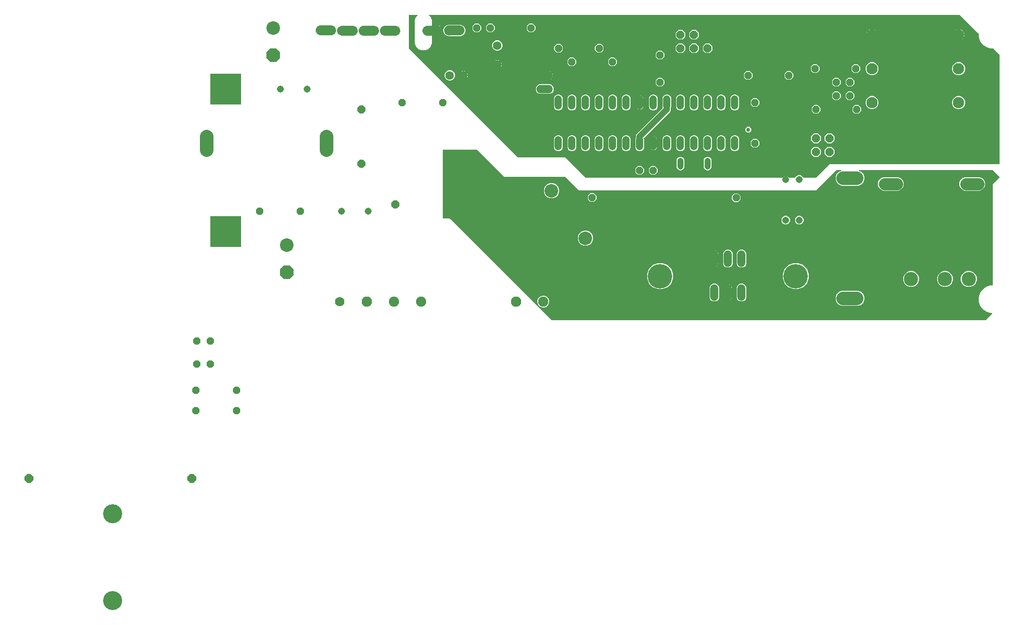
<source format=gbr>
G04 EAGLE Gerber RS-274X export*
G75*
%MOMM*%
%FSLAX34Y34*%
%LPD*%
%INBottom Copper*%
%IPPOS*%
%AMOC8*
5,1,8,0,0,1.08239X$1,22.5*%
G01*
%ADD10C,2.247900*%
%ADD11C,2.540000*%
%ADD12P,2.749271X8X292.500000*%
%ADD13P,1.429621X8X22.500000*%
%ADD14P,1.429621X8X292.500000*%
%ADD15P,2.749271X8X22.500000*%
%ADD16P,1.649562X8X112.500000*%
%ADD17P,1.429621X8X112.500000*%
%ADD18P,1.539592X8X22.500000*%
%ADD19P,1.732040X8X22.500000*%
%ADD20C,1.600200*%
%ADD21P,1.732040X8X292.500000*%
%ADD22C,1.524000*%
%ADD23C,1.117600*%
%ADD24P,1.649562X8X202.500000*%
%ADD25C,2.540000*%
%ADD26R,5.842000X5.842000*%
%ADD27C,1.320800*%
%ADD28C,2.100000*%
%ADD29C,4.572000*%
%ADD30C,1.308000*%
%ADD31C,2.667000*%
%ADD32P,1.649562X8X22.500000*%
%ADD33C,1.778000*%
%ADD34C,1.930400*%
%ADD35C,1.905000*%
%ADD36P,1.429621X8X202.500000*%
%ADD37P,1.785944X8X22.500000*%
%ADD38C,1.828800*%
%ADD39C,1.828800*%
%ADD40P,1.649562X8X292.500000*%
%ADD41C,3.556000*%
%ADD42C,1.143000*%
%ADD43C,0.756400*%

G36*
X1105542Y253246D02*
X1105542Y253246D01*
X1105585Y253244D01*
X1105663Y253265D01*
X1105742Y253279D01*
X1105780Y253299D01*
X1105821Y253310D01*
X1105888Y253356D01*
X1105960Y253394D01*
X1105989Y253425D01*
X1106025Y253449D01*
X1106121Y253564D01*
X1106129Y253572D01*
X1106130Y253574D01*
X1106133Y253577D01*
X1106265Y253775D01*
X1107176Y254686D01*
X1108247Y255402D01*
X1109437Y255895D01*
X1109822Y255971D01*
X1109822Y254000D01*
X1109825Y253980D01*
X1109823Y253961D01*
X1109845Y253859D01*
X1109862Y253757D01*
X1109871Y253740D01*
X1109875Y253720D01*
X1109928Y253631D01*
X1109977Y253540D01*
X1109991Y253526D01*
X1110001Y253509D01*
X1110080Y253442D01*
X1110155Y253371D01*
X1110173Y253362D01*
X1110188Y253349D01*
X1110284Y253310D01*
X1110378Y253267D01*
X1110398Y253265D01*
X1110416Y253257D01*
X1110583Y253239D01*
X1112107Y253239D01*
X1112127Y253242D01*
X1112147Y253240D01*
X1112248Y253262D01*
X1112350Y253279D01*
X1112367Y253288D01*
X1112387Y253292D01*
X1112476Y253345D01*
X1112567Y253394D01*
X1112581Y253408D01*
X1112598Y253418D01*
X1112665Y253497D01*
X1112737Y253572D01*
X1112745Y253590D01*
X1112758Y253605D01*
X1112797Y253701D01*
X1112840Y253795D01*
X1112842Y253815D01*
X1112850Y253833D01*
X1112868Y254000D01*
X1112868Y255971D01*
X1113253Y255895D01*
X1114443Y255402D01*
X1115515Y254686D01*
X1116426Y253775D01*
X1116558Y253577D01*
X1116587Y253546D01*
X1116609Y253509D01*
X1116670Y253457D01*
X1116726Y253397D01*
X1116763Y253377D01*
X1116796Y253349D01*
X1116871Y253319D01*
X1116942Y253281D01*
X1116984Y253273D01*
X1117024Y253257D01*
X1117174Y253241D01*
X1117184Y253239D01*
X1117187Y253239D01*
X1117191Y253239D01*
X1129012Y253239D01*
X1129127Y253258D01*
X1129243Y253275D01*
X1129249Y253278D01*
X1129255Y253279D01*
X1129358Y253333D01*
X1129462Y253386D01*
X1129467Y253391D01*
X1129472Y253394D01*
X1129552Y253478D01*
X1129635Y253562D01*
X1129638Y253568D01*
X1129642Y253572D01*
X1129650Y253589D01*
X1129716Y253709D01*
X1129908Y254174D01*
X1132177Y256442D01*
X1135141Y257670D01*
X1138349Y257670D01*
X1141313Y256442D01*
X1143582Y254174D01*
X1143775Y253709D01*
X1143836Y253609D01*
X1143896Y253509D01*
X1143901Y253505D01*
X1143904Y253500D01*
X1143994Y253425D01*
X1144083Y253349D01*
X1144089Y253347D01*
X1144094Y253343D01*
X1144202Y253301D01*
X1144311Y253257D01*
X1144319Y253256D01*
X1144323Y253255D01*
X1144342Y253254D01*
X1144478Y253239D01*
X1168400Y253239D01*
X1168490Y253254D01*
X1168581Y253261D01*
X1168611Y253273D01*
X1168643Y253279D01*
X1168723Y253321D01*
X1168807Y253357D01*
X1168839Y253383D01*
X1168860Y253394D01*
X1168882Y253417D01*
X1168938Y253462D01*
X1194115Y278639D01*
X1511300Y278639D01*
X1511320Y278642D01*
X1511339Y278640D01*
X1511441Y278662D01*
X1511543Y278679D01*
X1511560Y278688D01*
X1511580Y278692D01*
X1511669Y278745D01*
X1511760Y278794D01*
X1511774Y278808D01*
X1511791Y278818D01*
X1511858Y278897D01*
X1511930Y278972D01*
X1511938Y278990D01*
X1511951Y279005D01*
X1511990Y279101D01*
X1512033Y279195D01*
X1512035Y279215D01*
X1512043Y279233D01*
X1512061Y279400D01*
X1512061Y482600D01*
X1512047Y482690D01*
X1512039Y482781D01*
X1512027Y482811D01*
X1512022Y482843D01*
X1511979Y482923D01*
X1511943Y483007D01*
X1511917Y483039D01*
X1511906Y483060D01*
X1511883Y483082D01*
X1511838Y483138D01*
X1500535Y494441D01*
X1500461Y494494D01*
X1500392Y494554D01*
X1500362Y494566D01*
X1500336Y494585D01*
X1500249Y494612D01*
X1500164Y494646D01*
X1500123Y494650D01*
X1500100Y494657D01*
X1500068Y494656D01*
X1499997Y494664D01*
X1495172Y494664D01*
X1488551Y496439D01*
X1482614Y499866D01*
X1477766Y504714D01*
X1474339Y510651D01*
X1472564Y517272D01*
X1472564Y522097D01*
X1472550Y522187D01*
X1472542Y522278D01*
X1472530Y522308D01*
X1472525Y522340D01*
X1472482Y522420D01*
X1472446Y522504D01*
X1472420Y522536D01*
X1472409Y522557D01*
X1472386Y522579D01*
X1472341Y522635D01*
X1437160Y557816D01*
X1437086Y557869D01*
X1437017Y557929D01*
X1436987Y557941D01*
X1436961Y557960D01*
X1436874Y557987D01*
X1436789Y558021D01*
X1436748Y558025D01*
X1436725Y558032D01*
X1436693Y558031D01*
X1436622Y558039D01*
X444362Y558039D01*
X444291Y558028D01*
X444219Y558026D01*
X444170Y558008D01*
X444119Y558000D01*
X444056Y557966D01*
X443988Y557941D01*
X443948Y557909D01*
X443902Y557884D01*
X443852Y557832D01*
X443796Y557788D01*
X443768Y557744D01*
X443732Y557706D01*
X443702Y557641D01*
X443663Y557581D01*
X443651Y557530D01*
X443629Y557483D01*
X443621Y557412D01*
X443603Y557342D01*
X443607Y557290D01*
X443601Y557239D01*
X443617Y557168D01*
X443622Y557097D01*
X443643Y557049D01*
X443654Y556998D01*
X443691Y556937D01*
X443719Y556871D01*
X443763Y556815D01*
X443780Y556787D01*
X443798Y556772D01*
X443823Y556740D01*
X446671Y553892D01*
X449132Y547952D01*
X449132Y532376D01*
X449142Y532311D01*
X449143Y532245D01*
X449166Y532165D01*
X449171Y532133D01*
X449180Y532116D01*
X449189Y532084D01*
X449673Y530917D01*
X449900Y529773D01*
X449893Y529773D01*
X449873Y529770D01*
X449853Y529772D01*
X449752Y529750D01*
X449650Y529733D01*
X449632Y529724D01*
X449613Y529720D01*
X449524Y529667D01*
X449433Y529618D01*
X449419Y529604D01*
X449402Y529594D01*
X449335Y529515D01*
X449263Y529440D01*
X449255Y529422D01*
X449242Y529407D01*
X449203Y529310D01*
X449160Y529217D01*
X449157Y529197D01*
X449150Y529179D01*
X449132Y529012D01*
X449132Y527488D01*
X449135Y527468D01*
X449133Y527449D01*
X449155Y527347D01*
X449171Y527245D01*
X449181Y527228D01*
X449185Y527208D01*
X449238Y527119D01*
X449286Y527028D01*
X449301Y527014D01*
X449311Y526997D01*
X449390Y526930D01*
X449465Y526858D01*
X449483Y526850D01*
X449498Y526837D01*
X449594Y526798D01*
X449688Y526755D01*
X449708Y526753D01*
X449726Y526745D01*
X449893Y526727D01*
X449900Y526727D01*
X449673Y525583D01*
X449189Y524416D01*
X449175Y524352D01*
X449150Y524291D01*
X449141Y524208D01*
X449133Y524176D01*
X449135Y524157D01*
X449132Y524124D01*
X449132Y504223D01*
X446671Y498283D01*
X442125Y493737D01*
X436185Y491277D01*
X429756Y491277D01*
X423816Y493737D01*
X419270Y498283D01*
X416810Y504223D01*
X416810Y547952D01*
X419270Y553892D01*
X422118Y556740D01*
X422160Y556798D01*
X422209Y556850D01*
X422231Y556897D01*
X422262Y556939D01*
X422283Y557008D01*
X422313Y557073D01*
X422319Y557125D01*
X422334Y557175D01*
X422332Y557246D01*
X422340Y557317D01*
X422329Y557368D01*
X422328Y557420D01*
X422303Y557488D01*
X422288Y557558D01*
X422261Y557603D01*
X422243Y557651D01*
X422198Y557707D01*
X422162Y557769D01*
X422122Y557803D01*
X422090Y557843D01*
X422029Y557882D01*
X421975Y557929D01*
X421926Y557948D01*
X421883Y557976D01*
X421813Y557994D01*
X421747Y558021D01*
X421675Y558029D01*
X421644Y558037D01*
X421621Y558035D01*
X421580Y558039D01*
X406400Y558039D01*
X406380Y558036D01*
X406361Y558038D01*
X406259Y558016D01*
X406157Y558000D01*
X406140Y557990D01*
X406120Y557986D01*
X406031Y557933D01*
X405940Y557884D01*
X405926Y557870D01*
X405909Y557860D01*
X405842Y557781D01*
X405770Y557706D01*
X405762Y557688D01*
X405749Y557673D01*
X405710Y557577D01*
X405667Y557483D01*
X405665Y557463D01*
X405657Y557445D01*
X405639Y557278D01*
X405639Y495300D01*
X405641Y495287D01*
X405640Y495277D01*
X405651Y495225D01*
X405654Y495210D01*
X405661Y495119D01*
X405673Y495089D01*
X405679Y495057D01*
X405721Y494977D01*
X405757Y494893D01*
X405783Y494861D01*
X405794Y494840D01*
X405817Y494818D01*
X405862Y494762D01*
X609062Y291562D01*
X609136Y291509D01*
X609205Y291449D01*
X609235Y291437D01*
X609261Y291418D01*
X609348Y291391D01*
X609433Y291357D01*
X609474Y291353D01*
X609497Y291346D01*
X609529Y291347D01*
X609600Y291339D01*
X698185Y291339D01*
X736062Y253462D01*
X736136Y253409D01*
X736205Y253349D01*
X736235Y253337D01*
X736261Y253318D01*
X736348Y253291D01*
X736433Y253257D01*
X736474Y253253D01*
X736497Y253246D01*
X736529Y253247D01*
X736600Y253239D01*
X1105500Y253239D01*
X1105542Y253246D01*
G37*
G36*
X1485990Y-13447D02*
X1485990Y-13447D01*
X1486081Y-13439D01*
X1486111Y-13427D01*
X1486143Y-13422D01*
X1486223Y-13379D01*
X1486307Y-13343D01*
X1486339Y-13317D01*
X1486360Y-13306D01*
X1486382Y-13283D01*
X1486438Y-13238D01*
X1497741Y-1935D01*
X1497783Y-1877D01*
X1497833Y-1825D01*
X1497855Y-1778D01*
X1497885Y-1736D01*
X1497906Y-1667D01*
X1497936Y-1602D01*
X1497942Y-1550D01*
X1497957Y-1500D01*
X1497955Y-1429D01*
X1497963Y-1358D01*
X1497952Y-1307D01*
X1497951Y-1255D01*
X1497926Y-1187D01*
X1497911Y-1117D01*
X1497884Y-1072D01*
X1497866Y-1024D01*
X1497822Y-968D01*
X1497785Y-906D01*
X1497745Y-872D01*
X1497713Y-832D01*
X1497652Y-793D01*
X1497598Y-746D01*
X1497550Y-727D01*
X1497506Y-699D01*
X1497436Y-681D01*
X1497370Y-654D01*
X1497298Y-646D01*
X1497267Y-638D01*
X1497244Y-640D01*
X1497203Y-636D01*
X1495172Y-636D01*
X1488551Y1139D01*
X1482614Y4566D01*
X1477766Y9414D01*
X1474339Y15351D01*
X1472564Y21972D01*
X1472564Y28828D01*
X1474339Y35449D01*
X1477766Y41386D01*
X1482614Y46234D01*
X1488551Y49661D01*
X1495172Y51436D01*
X1498600Y51436D01*
X1498620Y51439D01*
X1498639Y51437D01*
X1498741Y51459D01*
X1498843Y51475D01*
X1498860Y51485D01*
X1498880Y51489D01*
X1498969Y51542D01*
X1499060Y51591D01*
X1499074Y51605D01*
X1499091Y51615D01*
X1499158Y51694D01*
X1499230Y51769D01*
X1499238Y51787D01*
X1499251Y51802D01*
X1499290Y51898D01*
X1499333Y51992D01*
X1499335Y52012D01*
X1499343Y52030D01*
X1499361Y52197D01*
X1499361Y240985D01*
X1511838Y253462D01*
X1511850Y253478D01*
X1511865Y253490D01*
X1511922Y253578D01*
X1511982Y253661D01*
X1511988Y253680D01*
X1511998Y253697D01*
X1512024Y253798D01*
X1512054Y253897D01*
X1512054Y253916D01*
X1512059Y253936D01*
X1512051Y254039D01*
X1512048Y254142D01*
X1512041Y254161D01*
X1512039Y254181D01*
X1511999Y254276D01*
X1511963Y254373D01*
X1511951Y254389D01*
X1511943Y254407D01*
X1511838Y254538D01*
X1499138Y267238D01*
X1499064Y267291D01*
X1498995Y267351D01*
X1498965Y267363D01*
X1498939Y267382D01*
X1498852Y267409D01*
X1498767Y267443D01*
X1498726Y267447D01*
X1498703Y267454D01*
X1498671Y267453D01*
X1498600Y267461D01*
X1248807Y267461D01*
X1248711Y267446D01*
X1248614Y267436D01*
X1248590Y267426D01*
X1248565Y267422D01*
X1248479Y267376D01*
X1248390Y267336D01*
X1248370Y267319D01*
X1248347Y267306D01*
X1248280Y267236D01*
X1248208Y267170D01*
X1248196Y267147D01*
X1248178Y267128D01*
X1248137Y267040D01*
X1248090Y266954D01*
X1248085Y266929D01*
X1248074Y266905D01*
X1248063Y266808D01*
X1248046Y266712D01*
X1248050Y266686D01*
X1248047Y266661D01*
X1248068Y266565D01*
X1248082Y266469D01*
X1248094Y266446D01*
X1248099Y266420D01*
X1248149Y266337D01*
X1248193Y266250D01*
X1248212Y266231D01*
X1248225Y266209D01*
X1248299Y266146D01*
X1248369Y266078D01*
X1248398Y266062D01*
X1248412Y266049D01*
X1248443Y266037D01*
X1248516Y265997D01*
X1252658Y264281D01*
X1256659Y260280D01*
X1258825Y255051D01*
X1258825Y249393D01*
X1256659Y244164D01*
X1252658Y240163D01*
X1247429Y237997D01*
X1216371Y237997D01*
X1211142Y240163D01*
X1207141Y244164D01*
X1204975Y249393D01*
X1204975Y255051D01*
X1207141Y260280D01*
X1211142Y264281D01*
X1215284Y265997D01*
X1215367Y266048D01*
X1215453Y266094D01*
X1215471Y266113D01*
X1215493Y266126D01*
X1215555Y266201D01*
X1215622Y266272D01*
X1215633Y266296D01*
X1215650Y266316D01*
X1215685Y266407D01*
X1215726Y266495D01*
X1215729Y266521D01*
X1215738Y266545D01*
X1215742Y266643D01*
X1215753Y266739D01*
X1215747Y266765D01*
X1215749Y266791D01*
X1215721Y266885D01*
X1215701Y266980D01*
X1215687Y267002D01*
X1215680Y267027D01*
X1215624Y267107D01*
X1215575Y267191D01*
X1215555Y267208D01*
X1215540Y267229D01*
X1215462Y267288D01*
X1215388Y267351D01*
X1215363Y267361D01*
X1215342Y267376D01*
X1215250Y267406D01*
X1215159Y267443D01*
X1215127Y267446D01*
X1215108Y267452D01*
X1215075Y267452D01*
X1214993Y267461D01*
X1206500Y267461D01*
X1206410Y267447D01*
X1206319Y267439D01*
X1206289Y267427D01*
X1206257Y267422D01*
X1206177Y267379D01*
X1206093Y267343D01*
X1206061Y267317D01*
X1206040Y267306D01*
X1206021Y267286D01*
X1206019Y267285D01*
X1206013Y267280D01*
X1205962Y267238D01*
X1168085Y229361D01*
X724215Y229361D01*
X699038Y254538D01*
X698964Y254591D01*
X698895Y254651D01*
X698865Y254663D01*
X698839Y254682D01*
X698752Y254709D01*
X698667Y254743D01*
X698626Y254747D01*
X698603Y254754D01*
X698571Y254753D01*
X698500Y254761D01*
X584515Y254761D01*
X533938Y305338D01*
X533864Y305391D01*
X533795Y305451D01*
X533765Y305463D01*
X533739Y305482D01*
X533652Y305509D01*
X533567Y305543D01*
X533526Y305547D01*
X533503Y305554D01*
X533471Y305553D01*
X533400Y305561D01*
X469900Y305561D01*
X469880Y305558D01*
X469861Y305560D01*
X469759Y305538D01*
X469657Y305522D01*
X469640Y305512D01*
X469620Y305508D01*
X469531Y305455D01*
X469440Y305406D01*
X469426Y305392D01*
X469409Y305382D01*
X469342Y305303D01*
X469271Y305228D01*
X469262Y305210D01*
X469249Y305195D01*
X469210Y305099D01*
X469167Y305005D01*
X469165Y304985D01*
X469157Y304967D01*
X469139Y304800D01*
X469139Y177800D01*
X469142Y177780D01*
X469140Y177761D01*
X469162Y177659D01*
X469179Y177557D01*
X469188Y177540D01*
X469192Y177520D01*
X469245Y177431D01*
X469294Y177340D01*
X469308Y177326D01*
X469318Y177309D01*
X469397Y177242D01*
X469472Y177171D01*
X469490Y177162D01*
X469505Y177149D01*
X469601Y177110D01*
X469695Y177067D01*
X469715Y177065D01*
X469733Y177057D01*
X469900Y177039D01*
X482285Y177039D01*
X672562Y-13238D01*
X672636Y-13291D01*
X672705Y-13351D01*
X672735Y-13363D01*
X672761Y-13382D01*
X672848Y-13409D01*
X672933Y-13443D01*
X672974Y-13447D01*
X672997Y-13454D01*
X673029Y-13453D01*
X673100Y-13461D01*
X1485900Y-13461D01*
X1485990Y-13447D01*
G37*
%LPC*%
G36*
X1125450Y44195D02*
X1125450Y44195D01*
X1116487Y47908D01*
X1109628Y54767D01*
X1105915Y63730D01*
X1105915Y73430D01*
X1109628Y82393D01*
X1116487Y89252D01*
X1125450Y92965D01*
X1135150Y92965D01*
X1144113Y89252D01*
X1150972Y82393D01*
X1154685Y73430D01*
X1154685Y63730D01*
X1150972Y54767D01*
X1144113Y47908D01*
X1135150Y44195D01*
X1125450Y44195D01*
G37*
%LPD*%
%LPC*%
G36*
X871450Y44195D02*
X871450Y44195D01*
X862487Y47908D01*
X855628Y54767D01*
X851915Y63730D01*
X851915Y73430D01*
X855628Y82393D01*
X862487Y89252D01*
X871450Y92965D01*
X881150Y92965D01*
X890113Y89252D01*
X896972Y82393D01*
X900685Y73430D01*
X900685Y63730D01*
X896972Y54767D01*
X890113Y47908D01*
X881150Y44195D01*
X871450Y44195D01*
G37*
%LPD*%
%LPC*%
G36*
X836583Y302767D02*
X836583Y302767D01*
X833595Y304005D01*
X831309Y306291D01*
X830071Y309279D01*
X830071Y325721D01*
X830902Y327727D01*
X830917Y327791D01*
X830942Y327852D01*
X830951Y327935D01*
X830958Y327967D01*
X830957Y327986D01*
X830960Y328019D01*
X830960Y331640D01*
X832062Y334301D01*
X881206Y383444D01*
X881273Y383538D01*
X881343Y383633D01*
X881345Y383639D01*
X881349Y383644D01*
X881383Y383755D01*
X881420Y383867D01*
X881420Y383873D01*
X881421Y383879D01*
X881418Y383996D01*
X881417Y384113D01*
X881415Y384120D01*
X881415Y384125D01*
X881409Y384142D01*
X881371Y384274D01*
X880871Y385479D01*
X880871Y401921D01*
X882109Y404909D01*
X884395Y407195D01*
X887383Y408433D01*
X890617Y408433D01*
X893605Y407195D01*
X895891Y404909D01*
X897129Y401921D01*
X897129Y385479D01*
X896298Y383473D01*
X896283Y383409D01*
X896258Y383348D01*
X896249Y383265D01*
X896242Y383233D01*
X896243Y383214D01*
X896240Y383181D01*
X896240Y379560D01*
X895138Y376899D01*
X845994Y327756D01*
X845927Y327662D01*
X845857Y327567D01*
X845855Y327561D01*
X845851Y327556D01*
X845817Y327445D01*
X845780Y327333D01*
X845780Y327327D01*
X845779Y327321D01*
X845782Y327204D01*
X845783Y327087D01*
X845785Y327080D01*
X845785Y327075D01*
X845791Y327058D01*
X845829Y326926D01*
X846329Y325721D01*
X846329Y309279D01*
X845091Y306291D01*
X842805Y304005D01*
X839817Y302767D01*
X836583Y302767D01*
G37*
%LPD*%
%LPC*%
G36*
X1216371Y12953D02*
X1216371Y12953D01*
X1211142Y15119D01*
X1207141Y19120D01*
X1204975Y24349D01*
X1204975Y30007D01*
X1207141Y35236D01*
X1211142Y39237D01*
X1216371Y41403D01*
X1247429Y41403D01*
X1252658Y39237D01*
X1256659Y35236D01*
X1258825Y30007D01*
X1258825Y24349D01*
X1256659Y19120D01*
X1252658Y15119D01*
X1247429Y12953D01*
X1216371Y12953D01*
G37*
%LPD*%
%LPC*%
G36*
X1294322Y228536D02*
X1294322Y228536D01*
X1289630Y230479D01*
X1286040Y234070D01*
X1284096Y238761D01*
X1284096Y243839D01*
X1286040Y248530D01*
X1289630Y252121D01*
X1294322Y254064D01*
X1321878Y254064D01*
X1326570Y252121D01*
X1330160Y248530D01*
X1332104Y243839D01*
X1332104Y238761D01*
X1330160Y234070D01*
X1326570Y230479D01*
X1321878Y228536D01*
X1294322Y228536D01*
G37*
%LPD*%
%LPC*%
G36*
X1446722Y228536D02*
X1446722Y228536D01*
X1442030Y230479D01*
X1438440Y234070D01*
X1436496Y238761D01*
X1436496Y243839D01*
X1438440Y248530D01*
X1442030Y252121D01*
X1446722Y254064D01*
X1474278Y254064D01*
X1478970Y252121D01*
X1482560Y248530D01*
X1484504Y243839D01*
X1484504Y238761D01*
X1482560Y234070D01*
X1478970Y230479D01*
X1474278Y228536D01*
X1446722Y228536D01*
G37*
%LPD*%
%LPC*%
G36*
X479331Y517581D02*
X479331Y517581D01*
X475410Y519205D01*
X472409Y522207D01*
X470940Y525753D01*
X470928Y525772D01*
X470921Y525794D01*
X470864Y525876D01*
X470811Y525962D01*
X470793Y525976D01*
X470779Y525995D01*
X470699Y526054D01*
X470621Y526118D01*
X470599Y526127D01*
X470581Y526140D01*
X470485Y526171D01*
X470391Y526207D01*
X470368Y526208D01*
X470346Y526215D01*
X470246Y526213D01*
X470146Y526217D01*
X470123Y526211D01*
X470100Y526210D01*
X470006Y526176D01*
X469909Y526148D01*
X469890Y526135D01*
X469869Y526128D01*
X469790Y526066D01*
X469707Y526008D01*
X469694Y525990D01*
X469675Y525975D01*
X469621Y525891D01*
X469561Y525811D01*
X469553Y525789D01*
X469541Y525770D01*
X469490Y525610D01*
X469485Y525583D01*
X468795Y523918D01*
X467795Y522420D01*
X466521Y521147D01*
X465023Y520146D01*
X463359Y519457D01*
X462215Y519229D01*
X462215Y527488D01*
X462211Y527508D01*
X462214Y527527D01*
X462192Y527629D01*
X462175Y527731D01*
X462166Y527748D01*
X462161Y527768D01*
X462108Y527857D01*
X462060Y527948D01*
X462045Y527962D01*
X462035Y527979D01*
X461957Y528046D01*
X461882Y528117D01*
X461863Y528126D01*
X461848Y528139D01*
X461752Y528177D01*
X461658Y528221D01*
X461639Y528223D01*
X461620Y528231D01*
X461453Y528249D01*
X460691Y528249D01*
X460691Y528251D01*
X461453Y528251D01*
X461473Y528254D01*
X461493Y528252D01*
X461594Y528274D01*
X461696Y528291D01*
X461714Y528300D01*
X461733Y528304D01*
X461822Y528357D01*
X461914Y528406D01*
X461927Y528420D01*
X461944Y528430D01*
X462012Y528509D01*
X462083Y528584D01*
X462091Y528602D01*
X462104Y528617D01*
X462143Y528713D01*
X462187Y528807D01*
X462189Y528827D01*
X462196Y528845D01*
X462215Y529012D01*
X462215Y537271D01*
X463359Y537043D01*
X465023Y536354D01*
X466521Y535353D01*
X467795Y534079D01*
X468795Y532582D01*
X469512Y530852D01*
X469550Y530791D01*
X469579Y530726D01*
X469614Y530687D01*
X469641Y530643D01*
X469697Y530597D01*
X469745Y530544D01*
X469791Y530519D01*
X469831Y530486D01*
X469898Y530460D01*
X469961Y530426D01*
X470012Y530417D01*
X470061Y530398D01*
X470132Y530395D01*
X470203Y530382D01*
X470254Y530390D01*
X470306Y530387D01*
X470375Y530407D01*
X470446Y530418D01*
X470493Y530442D01*
X470543Y530456D01*
X470601Y530497D01*
X470665Y530529D01*
X470702Y530567D01*
X470745Y530596D01*
X470787Y530654D01*
X470838Y530705D01*
X470872Y530768D01*
X470891Y530794D01*
X470899Y530816D01*
X470919Y530852D01*
X472437Y534519D01*
X475439Y537520D01*
X479360Y539145D01*
X503162Y539145D01*
X507083Y537520D01*
X510085Y534519D01*
X511709Y530598D01*
X511709Y526354D01*
X510085Y522432D01*
X507083Y519431D01*
X503162Y517807D01*
X484272Y517807D01*
X484207Y517796D01*
X484142Y517796D01*
X484062Y517773D01*
X484029Y517767D01*
X484012Y517758D01*
X483981Y517749D01*
X483576Y517581D01*
X479331Y517581D01*
G37*
%LPD*%
%LPC*%
G36*
X1451194Y48640D02*
X1451194Y48640D01*
X1445733Y50903D01*
X1441553Y55083D01*
X1439290Y60544D01*
X1439290Y66456D01*
X1441553Y71917D01*
X1445733Y76097D01*
X1451194Y78360D01*
X1457106Y78360D01*
X1462567Y76097D01*
X1466747Y71917D01*
X1469010Y66456D01*
X1469010Y60544D01*
X1466747Y55083D01*
X1462567Y50903D01*
X1457106Y48640D01*
X1451194Y48640D01*
G37*
%LPD*%
%LPC*%
G36*
X1406744Y48640D02*
X1406744Y48640D01*
X1401283Y50903D01*
X1397103Y55083D01*
X1394840Y60544D01*
X1394840Y66456D01*
X1397103Y71917D01*
X1401283Y76097D01*
X1406744Y78360D01*
X1412656Y78360D01*
X1418117Y76097D01*
X1422297Y71917D01*
X1424560Y66456D01*
X1424560Y60544D01*
X1422297Y55083D01*
X1418117Y50903D01*
X1412656Y48640D01*
X1406744Y48640D01*
G37*
%LPD*%
%LPC*%
G36*
X1343244Y48640D02*
X1343244Y48640D01*
X1337783Y50903D01*
X1333603Y55083D01*
X1331340Y60544D01*
X1331340Y66456D01*
X1333603Y71917D01*
X1337783Y76097D01*
X1343244Y78360D01*
X1349156Y78360D01*
X1354617Y76097D01*
X1358797Y71917D01*
X1361060Y66456D01*
X1361060Y60544D01*
X1358797Y55083D01*
X1354617Y50903D01*
X1349156Y48640D01*
X1343244Y48640D01*
G37*
%LPD*%
%LPC*%
G36*
X733771Y125475D02*
X733771Y125475D01*
X728542Y127641D01*
X724541Y131642D01*
X722375Y136871D01*
X722375Y142529D01*
X724541Y147758D01*
X728542Y151759D01*
X733771Y153925D01*
X739429Y153925D01*
X744658Y151759D01*
X748659Y147758D01*
X750825Y142529D01*
X750825Y136871D01*
X748659Y131642D01*
X744658Y127641D01*
X739429Y125475D01*
X733771Y125475D01*
G37*
%LPD*%
%LPC*%
G36*
X670271Y214375D02*
X670271Y214375D01*
X665042Y216541D01*
X661041Y220542D01*
X658875Y225771D01*
X658875Y231429D01*
X661041Y236658D01*
X665042Y240659D01*
X670271Y242825D01*
X675929Y242825D01*
X681158Y240659D01*
X685159Y236658D01*
X687325Y231429D01*
X687325Y225771D01*
X685159Y220542D01*
X681158Y216541D01*
X675929Y214375D01*
X670271Y214375D01*
G37*
%LPD*%
%LPC*%
G36*
X650961Y409955D02*
X650961Y409955D01*
X647600Y411347D01*
X645027Y413920D01*
X643635Y417281D01*
X643635Y420919D01*
X645027Y424280D01*
X647600Y426853D01*
X650961Y428245D01*
X669839Y428245D01*
X673200Y426853D01*
X675773Y424280D01*
X677165Y420919D01*
X677165Y417281D01*
X675773Y413920D01*
X673200Y411347D01*
X669839Y409955D01*
X650961Y409955D01*
G37*
%LPD*%
%LPC*%
G36*
X1026881Y21335D02*
X1026881Y21335D01*
X1023520Y22727D01*
X1020947Y25300D01*
X1019555Y28661D01*
X1019555Y47539D01*
X1020947Y50900D01*
X1023520Y53473D01*
X1026881Y54865D01*
X1030519Y54865D01*
X1033880Y53473D01*
X1036453Y50900D01*
X1037845Y47539D01*
X1037845Y28661D01*
X1036453Y25300D01*
X1033880Y22727D01*
X1030519Y21335D01*
X1026881Y21335D01*
G37*
%LPD*%
%LPC*%
G36*
X976081Y21335D02*
X976081Y21335D01*
X972720Y22727D01*
X970147Y25300D01*
X968755Y28661D01*
X968755Y47539D01*
X970147Y50900D01*
X972720Y53473D01*
X976081Y54865D01*
X979719Y54865D01*
X983080Y53473D01*
X985653Y50900D01*
X987045Y47539D01*
X987045Y28661D01*
X985653Y25300D01*
X983080Y22727D01*
X979719Y21335D01*
X976081Y21335D01*
G37*
%LPD*%
%LPC*%
G36*
X1001481Y84835D02*
X1001481Y84835D01*
X998120Y86227D01*
X995547Y88800D01*
X994155Y92161D01*
X994155Y111039D01*
X995547Y114400D01*
X998120Y116973D01*
X1001481Y118365D01*
X1005119Y118365D01*
X1008480Y116973D01*
X1011053Y114400D01*
X1012445Y111039D01*
X1012445Y92161D01*
X1011053Y88800D01*
X1008480Y86227D01*
X1005119Y84835D01*
X1001481Y84835D01*
G37*
%LPD*%
%LPC*%
G36*
X1026881Y84835D02*
X1026881Y84835D01*
X1023520Y86227D01*
X1020947Y88800D01*
X1019555Y92161D01*
X1019555Y111039D01*
X1020947Y114400D01*
X1023520Y116973D01*
X1026881Y118365D01*
X1030519Y118365D01*
X1033880Y116973D01*
X1036453Y114400D01*
X1037845Y111039D01*
X1037845Y92161D01*
X1036453Y88800D01*
X1033880Y86227D01*
X1030519Y84835D01*
X1026881Y84835D01*
G37*
%LPD*%
%LPC*%
G36*
X1432708Y381675D02*
X1432708Y381675D01*
X1428289Y383506D01*
X1424906Y386889D01*
X1423075Y391308D01*
X1423075Y396092D01*
X1424906Y400511D01*
X1428289Y403894D01*
X1432708Y405725D01*
X1437492Y405725D01*
X1441911Y403894D01*
X1445294Y400511D01*
X1447125Y396092D01*
X1447125Y391308D01*
X1445294Y386889D01*
X1441911Y383506D01*
X1437492Y381675D01*
X1432708Y381675D01*
G37*
%LPD*%
%LPC*%
G36*
X1270408Y381675D02*
X1270408Y381675D01*
X1265989Y383506D01*
X1262606Y386889D01*
X1260775Y391308D01*
X1260775Y396092D01*
X1262606Y400511D01*
X1265989Y403894D01*
X1270408Y405725D01*
X1275192Y405725D01*
X1279611Y403894D01*
X1282994Y400511D01*
X1284825Y396092D01*
X1284825Y391308D01*
X1282994Y386889D01*
X1279611Y383506D01*
X1275192Y381675D01*
X1270408Y381675D01*
G37*
%LPD*%
%LPC*%
G36*
X1432708Y445175D02*
X1432708Y445175D01*
X1428289Y447006D01*
X1424906Y450389D01*
X1423075Y454808D01*
X1423075Y459592D01*
X1424906Y464011D01*
X1428289Y467394D01*
X1432708Y469225D01*
X1437492Y469225D01*
X1441911Y467394D01*
X1445294Y464011D01*
X1447125Y459592D01*
X1447125Y454808D01*
X1445294Y450389D01*
X1441911Y447006D01*
X1437492Y445175D01*
X1432708Y445175D01*
G37*
%LPD*%
%LPC*%
G36*
X1270408Y445175D02*
X1270408Y445175D01*
X1265989Y447006D01*
X1262606Y450389D01*
X1260775Y454808D01*
X1260775Y459592D01*
X1262606Y464011D01*
X1265989Y467394D01*
X1270408Y469225D01*
X1275192Y469225D01*
X1279611Y467394D01*
X1282994Y464011D01*
X1284825Y459592D01*
X1284825Y454808D01*
X1282994Y450389D01*
X1279611Y447006D01*
X1275192Y445175D01*
X1270408Y445175D01*
G37*
%LPD*%
%LPC*%
G36*
X709583Y302767D02*
X709583Y302767D01*
X706595Y304005D01*
X704309Y306291D01*
X703071Y309279D01*
X703071Y325721D01*
X704309Y328709D01*
X706595Y330995D01*
X709583Y332233D01*
X712817Y332233D01*
X715805Y330995D01*
X718091Y328709D01*
X719329Y325721D01*
X719329Y309279D01*
X718091Y306291D01*
X715805Y304005D01*
X712817Y302767D01*
X709583Y302767D01*
G37*
%LPD*%
%LPC*%
G36*
X684183Y302767D02*
X684183Y302767D01*
X681195Y304005D01*
X678909Y306291D01*
X677671Y309279D01*
X677671Y325721D01*
X678909Y328709D01*
X681195Y330995D01*
X684183Y332233D01*
X687417Y332233D01*
X690405Y330995D01*
X692691Y328709D01*
X693929Y325721D01*
X693929Y309279D01*
X692691Y306291D01*
X690405Y304005D01*
X687417Y302767D01*
X684183Y302767D01*
G37*
%LPD*%
%LPC*%
G36*
X1014383Y378967D02*
X1014383Y378967D01*
X1011395Y380205D01*
X1009109Y382491D01*
X1007871Y385479D01*
X1007871Y401921D01*
X1009109Y404909D01*
X1011395Y407195D01*
X1014383Y408433D01*
X1017617Y408433D01*
X1020605Y407195D01*
X1022891Y404909D01*
X1024129Y401921D01*
X1024129Y385479D01*
X1022891Y382491D01*
X1020605Y380205D01*
X1017617Y378967D01*
X1014383Y378967D01*
G37*
%LPD*%
%LPC*%
G36*
X988983Y378967D02*
X988983Y378967D01*
X985995Y380205D01*
X983709Y382491D01*
X982471Y385479D01*
X982471Y401921D01*
X983709Y404909D01*
X985995Y407195D01*
X988983Y408433D01*
X992217Y408433D01*
X995205Y407195D01*
X997491Y404909D01*
X998729Y401921D01*
X998729Y385479D01*
X997491Y382491D01*
X995205Y380205D01*
X992217Y378967D01*
X988983Y378967D01*
G37*
%LPD*%
%LPC*%
G36*
X963583Y378967D02*
X963583Y378967D01*
X960595Y380205D01*
X958309Y382491D01*
X957071Y385479D01*
X957071Y401921D01*
X958309Y404909D01*
X960595Y407195D01*
X963583Y408433D01*
X966817Y408433D01*
X969805Y407195D01*
X972091Y404909D01*
X973329Y401921D01*
X973329Y385479D01*
X972091Y382491D01*
X969805Y380205D01*
X966817Y378967D01*
X963583Y378967D01*
G37*
%LPD*%
%LPC*%
G36*
X760383Y302767D02*
X760383Y302767D01*
X757395Y304005D01*
X755109Y306291D01*
X753871Y309279D01*
X753871Y325721D01*
X755109Y328709D01*
X757395Y330995D01*
X760383Y332233D01*
X763617Y332233D01*
X766605Y330995D01*
X768891Y328709D01*
X770129Y325721D01*
X770129Y309279D01*
X768891Y306291D01*
X766605Y304005D01*
X763617Y302767D01*
X760383Y302767D01*
G37*
%LPD*%
%LPC*%
G36*
X988983Y302767D02*
X988983Y302767D01*
X985995Y304005D01*
X983709Y306291D01*
X982471Y309279D01*
X982471Y325721D01*
X983709Y328709D01*
X985995Y330995D01*
X988983Y332233D01*
X992217Y332233D01*
X995205Y330995D01*
X997491Y328709D01*
X998729Y325721D01*
X998729Y309279D01*
X997491Y306291D01*
X995205Y304005D01*
X992217Y302767D01*
X988983Y302767D01*
G37*
%LPD*%
%LPC*%
G36*
X811183Y302767D02*
X811183Y302767D01*
X808195Y304005D01*
X805909Y306291D01*
X804671Y309279D01*
X804671Y325721D01*
X805909Y328709D01*
X808195Y330995D01*
X811183Y332233D01*
X814417Y332233D01*
X817405Y330995D01*
X819691Y328709D01*
X820929Y325721D01*
X820929Y309279D01*
X819691Y306291D01*
X817405Y304005D01*
X814417Y302767D01*
X811183Y302767D01*
G37*
%LPD*%
%LPC*%
G36*
X938183Y378967D02*
X938183Y378967D01*
X935195Y380205D01*
X932909Y382491D01*
X931671Y385479D01*
X931671Y401921D01*
X932909Y404909D01*
X935195Y407195D01*
X938183Y408433D01*
X941417Y408433D01*
X944405Y407195D01*
X946691Y404909D01*
X947929Y401921D01*
X947929Y385479D01*
X946691Y382491D01*
X944405Y380205D01*
X941417Y378967D01*
X938183Y378967D01*
G37*
%LPD*%
%LPC*%
G36*
X861983Y378967D02*
X861983Y378967D01*
X858995Y380205D01*
X856709Y382491D01*
X855471Y385479D01*
X855471Y401921D01*
X856709Y404909D01*
X858995Y407195D01*
X861983Y408433D01*
X865217Y408433D01*
X868205Y407195D01*
X870491Y404909D01*
X871729Y401921D01*
X871729Y385479D01*
X870491Y382491D01*
X868205Y380205D01*
X865217Y378967D01*
X861983Y378967D01*
G37*
%LPD*%
%LPC*%
G36*
X912783Y378967D02*
X912783Y378967D01*
X909795Y380205D01*
X907509Y382491D01*
X906271Y385479D01*
X906271Y401921D01*
X907509Y404909D01*
X909795Y407195D01*
X912783Y408433D01*
X916017Y408433D01*
X919005Y407195D01*
X921291Y404909D01*
X922529Y401921D01*
X922529Y385479D01*
X921291Y382491D01*
X919005Y380205D01*
X916017Y378967D01*
X912783Y378967D01*
G37*
%LPD*%
%LPC*%
G36*
X709583Y378967D02*
X709583Y378967D01*
X706595Y380205D01*
X704309Y382491D01*
X703071Y385479D01*
X703071Y401921D01*
X704309Y404909D01*
X706595Y407195D01*
X709583Y408433D01*
X712817Y408433D01*
X715805Y407195D01*
X718091Y404909D01*
X719329Y401921D01*
X719329Y385479D01*
X718091Y382491D01*
X715805Y380205D01*
X712817Y378967D01*
X709583Y378967D01*
G37*
%LPD*%
%LPC*%
G36*
X684183Y378967D02*
X684183Y378967D01*
X681195Y380205D01*
X678909Y382491D01*
X677671Y385479D01*
X677671Y401921D01*
X678909Y404909D01*
X681195Y407195D01*
X684183Y408433D01*
X687417Y408433D01*
X690405Y407195D01*
X692691Y404909D01*
X693929Y401921D01*
X693929Y385479D01*
X692691Y382491D01*
X690405Y380205D01*
X687417Y378967D01*
X684183Y378967D01*
G37*
%LPD*%
%LPC*%
G36*
X785783Y302767D02*
X785783Y302767D01*
X782795Y304005D01*
X780509Y306291D01*
X779271Y309279D01*
X779271Y325721D01*
X780509Y328709D01*
X782795Y330995D01*
X785783Y332233D01*
X789017Y332233D01*
X792005Y330995D01*
X794291Y328709D01*
X795529Y325721D01*
X795529Y309279D01*
X794291Y306291D01*
X792005Y304005D01*
X789017Y302767D01*
X785783Y302767D01*
G37*
%LPD*%
%LPC*%
G36*
X811183Y378967D02*
X811183Y378967D01*
X808195Y380205D01*
X805909Y382491D01*
X804671Y385479D01*
X804671Y401921D01*
X805909Y404909D01*
X808195Y407195D01*
X811183Y408433D01*
X814417Y408433D01*
X817405Y407195D01*
X819691Y404909D01*
X820929Y401921D01*
X820929Y385479D01*
X819691Y382491D01*
X817405Y380205D01*
X814417Y378967D01*
X811183Y378967D01*
G37*
%LPD*%
%LPC*%
G36*
X760383Y378967D02*
X760383Y378967D01*
X757395Y380205D01*
X755109Y382491D01*
X753871Y385479D01*
X753871Y401921D01*
X755109Y404909D01*
X757395Y407195D01*
X760383Y408433D01*
X763617Y408433D01*
X766605Y407195D01*
X768891Y404909D01*
X770129Y401921D01*
X770129Y385479D01*
X768891Y382491D01*
X766605Y380205D01*
X763617Y378967D01*
X760383Y378967D01*
G37*
%LPD*%
%LPC*%
G36*
X887383Y302767D02*
X887383Y302767D01*
X884395Y304005D01*
X882109Y306291D01*
X880871Y309279D01*
X880871Y325721D01*
X882109Y328709D01*
X884395Y330995D01*
X887383Y332233D01*
X890617Y332233D01*
X893605Y330995D01*
X895891Y328709D01*
X897129Y325721D01*
X897129Y309279D01*
X895891Y306291D01*
X893605Y304005D01*
X890617Y302767D01*
X887383Y302767D01*
G37*
%LPD*%
%LPC*%
G36*
X912783Y302767D02*
X912783Y302767D01*
X909795Y304005D01*
X907509Y306291D01*
X906271Y309279D01*
X906271Y325721D01*
X907509Y328709D01*
X909795Y330995D01*
X912783Y332233D01*
X916017Y332233D01*
X919005Y330995D01*
X921291Y328709D01*
X922529Y325721D01*
X922529Y309279D01*
X921291Y306291D01*
X919005Y304005D01*
X916017Y302767D01*
X912783Y302767D01*
G37*
%LPD*%
%LPC*%
G36*
X785783Y378967D02*
X785783Y378967D01*
X782795Y380205D01*
X780509Y382491D01*
X779271Y385479D01*
X779271Y401921D01*
X780509Y404909D01*
X782795Y407195D01*
X785783Y408433D01*
X789017Y408433D01*
X792005Y407195D01*
X794291Y404909D01*
X795529Y401921D01*
X795529Y385479D01*
X794291Y382491D01*
X792005Y380205D01*
X789017Y378967D01*
X785783Y378967D01*
G37*
%LPD*%
%LPC*%
G36*
X734983Y378967D02*
X734983Y378967D01*
X731995Y380205D01*
X729709Y382491D01*
X728471Y385479D01*
X728471Y401921D01*
X729709Y404909D01*
X731995Y407195D01*
X734983Y408433D01*
X738217Y408433D01*
X741205Y407195D01*
X743491Y404909D01*
X744729Y401921D01*
X744729Y385479D01*
X743491Y382491D01*
X741205Y380205D01*
X738217Y378967D01*
X734983Y378967D01*
G37*
%LPD*%
%LPC*%
G36*
X938183Y302767D02*
X938183Y302767D01*
X935195Y304005D01*
X932909Y306291D01*
X931671Y309279D01*
X931671Y325721D01*
X932909Y328709D01*
X935195Y330995D01*
X938183Y332233D01*
X941417Y332233D01*
X944405Y330995D01*
X946691Y328709D01*
X947929Y325721D01*
X947929Y309279D01*
X946691Y306291D01*
X944405Y304005D01*
X941417Y302767D01*
X938183Y302767D01*
G37*
%LPD*%
%LPC*%
G36*
X963583Y302767D02*
X963583Y302767D01*
X960595Y304005D01*
X958309Y306291D01*
X957071Y309279D01*
X957071Y325721D01*
X958309Y328709D01*
X960595Y330995D01*
X963583Y332233D01*
X966817Y332233D01*
X969805Y330995D01*
X972091Y328709D01*
X973329Y325721D01*
X973329Y309279D01*
X972091Y306291D01*
X969805Y304005D01*
X966817Y302767D01*
X963583Y302767D01*
G37*
%LPD*%
%LPC*%
G36*
X1014383Y302767D02*
X1014383Y302767D01*
X1011395Y304005D01*
X1009109Y306291D01*
X1007871Y309279D01*
X1007871Y325721D01*
X1009109Y328709D01*
X1011395Y330995D01*
X1014383Y332233D01*
X1017617Y332233D01*
X1020605Y330995D01*
X1022891Y328709D01*
X1024129Y325721D01*
X1024129Y309279D01*
X1022891Y306291D01*
X1020605Y304005D01*
X1017617Y302767D01*
X1014383Y302767D01*
G37*
%LPD*%
%LPC*%
G36*
X734983Y302767D02*
X734983Y302767D01*
X731995Y304005D01*
X729709Y306291D01*
X728471Y309279D01*
X728471Y325721D01*
X729709Y328709D01*
X731995Y330995D01*
X734983Y332233D01*
X738217Y332233D01*
X741205Y330995D01*
X743491Y328709D01*
X744729Y325721D01*
X744729Y309279D01*
X743491Y306291D01*
X741205Y304005D01*
X738217Y302767D01*
X734983Y302767D01*
G37*
%LPD*%
%LPC*%
G36*
X655564Y10005D02*
X655564Y10005D01*
X651502Y11687D01*
X648394Y14795D01*
X646712Y18857D01*
X646712Y23253D01*
X648394Y27314D01*
X651502Y30422D01*
X655564Y32104D01*
X659959Y32104D01*
X664021Y30422D01*
X667129Y27314D01*
X668811Y23253D01*
X668811Y18857D01*
X667129Y14795D01*
X664021Y11687D01*
X659959Y10005D01*
X655564Y10005D01*
G37*
%LPD*%
%LPC*%
G36*
X912985Y266699D02*
X912985Y266699D01*
X910371Y267782D01*
X908370Y269783D01*
X907287Y272397D01*
X907287Y286403D01*
X908370Y289017D01*
X910371Y291018D01*
X912985Y292101D01*
X915815Y292101D01*
X918429Y291018D01*
X920430Y289017D01*
X921513Y286403D01*
X921513Y272397D01*
X920430Y269783D01*
X918429Y267782D01*
X915815Y266699D01*
X912985Y266699D01*
G37*
%LPD*%
%LPC*%
G36*
X963785Y266699D02*
X963785Y266699D01*
X961171Y267782D01*
X959170Y269783D01*
X958087Y272397D01*
X958087Y286403D01*
X959170Y289017D01*
X961171Y291018D01*
X963785Y292101D01*
X966615Y292101D01*
X969229Y291018D01*
X971230Y289017D01*
X972313Y286403D01*
X972313Y272397D01*
X971230Y269783D01*
X969229Y267782D01*
X966615Y266699D01*
X963785Y266699D01*
G37*
%LPD*%
%LPC*%
G36*
X480705Y434974D02*
X480705Y434974D01*
X477204Y436424D01*
X474524Y439104D01*
X473074Y442605D01*
X473074Y446395D01*
X474524Y449896D01*
X477204Y452576D01*
X480705Y454026D01*
X484495Y454026D01*
X487996Y452576D01*
X490676Y449896D01*
X492126Y446395D01*
X492126Y442605D01*
X490676Y439104D01*
X487996Y436424D01*
X484495Y434974D01*
X480705Y434974D01*
G37*
%LPD*%
%LPC*%
G36*
X569605Y490854D02*
X569605Y490854D01*
X566104Y492304D01*
X563424Y494984D01*
X561974Y498485D01*
X561974Y502275D01*
X563424Y505776D01*
X566104Y508456D01*
X569605Y509906D01*
X573395Y509906D01*
X576896Y508456D01*
X579576Y505776D01*
X581026Y502275D01*
X581026Y498485D01*
X579576Y494984D01*
X576896Y492304D01*
X573395Y490854D01*
X569605Y490854D01*
G37*
%LPD*%
%LPC*%
G36*
X936012Y511555D02*
X936012Y511555D01*
X930655Y516912D01*
X930655Y524488D01*
X936012Y529845D01*
X943588Y529845D01*
X948945Y524488D01*
X948945Y516912D01*
X943588Y511555D01*
X936012Y511555D01*
G37*
%LPD*%
%LPC*%
G36*
X910612Y511555D02*
X910612Y511555D01*
X905255Y516912D01*
X905255Y524488D01*
X910612Y529845D01*
X918188Y529845D01*
X923545Y524488D01*
X923545Y516912D01*
X918188Y511555D01*
X910612Y511555D01*
G37*
%LPD*%
%LPC*%
G36*
X910612Y486155D02*
X910612Y486155D01*
X905255Y491512D01*
X905255Y499088D01*
X910612Y504445D01*
X918188Y504445D01*
X923545Y499088D01*
X923545Y491512D01*
X918188Y486155D01*
X910612Y486155D01*
G37*
%LPD*%
%LPC*%
G36*
X1163998Y317479D02*
X1163998Y317479D01*
X1158641Y322836D01*
X1158641Y330412D01*
X1163998Y335769D01*
X1171574Y335769D01*
X1176930Y330412D01*
X1176930Y322836D01*
X1171574Y317479D01*
X1163998Y317479D01*
G37*
%LPD*%
%LPC*%
G36*
X1189398Y292079D02*
X1189398Y292079D01*
X1184041Y297436D01*
X1184041Y305012D01*
X1189398Y310369D01*
X1196974Y310369D01*
X1202330Y305012D01*
X1202330Y297436D01*
X1196974Y292079D01*
X1189398Y292079D01*
G37*
%LPD*%
%LPC*%
G36*
X936012Y486155D02*
X936012Y486155D01*
X930655Y491512D01*
X930655Y499088D01*
X936012Y504445D01*
X943588Y504445D01*
X948945Y499088D01*
X948945Y491512D01*
X943588Y486155D01*
X936012Y486155D01*
G37*
%LPD*%
%LPC*%
G36*
X961412Y486155D02*
X961412Y486155D01*
X956055Y491512D01*
X956055Y499088D01*
X961412Y504445D01*
X968988Y504445D01*
X974345Y499088D01*
X974345Y491512D01*
X968988Y486155D01*
X961412Y486155D01*
G37*
%LPD*%
%LPC*%
G36*
X1189398Y317479D02*
X1189398Y317479D01*
X1184041Y322836D01*
X1184041Y330412D01*
X1189398Y335769D01*
X1196974Y335769D01*
X1202330Y330412D01*
X1202330Y322836D01*
X1196974Y317479D01*
X1189398Y317479D01*
G37*
%LPD*%
%LPC*%
G36*
X1163998Y292079D02*
X1163998Y292079D01*
X1158641Y297436D01*
X1158641Y305012D01*
X1163998Y310369D01*
X1171574Y310369D01*
X1176930Y305012D01*
X1176930Y297436D01*
X1171574Y292079D01*
X1163998Y292079D01*
G37*
%LPD*%
%LPC*%
G36*
X530033Y525271D02*
X530033Y525271D01*
X525271Y530033D01*
X525271Y536767D01*
X530033Y541529D01*
X536767Y541529D01*
X541529Y536767D01*
X541529Y530033D01*
X536767Y525271D01*
X530033Y525271D01*
G37*
%LPD*%
%LPC*%
G36*
X631633Y525271D02*
X631633Y525271D01*
X626871Y530033D01*
X626871Y536767D01*
X631633Y541529D01*
X638367Y541529D01*
X643129Y536767D01*
X643129Y530033D01*
X638367Y525271D01*
X631633Y525271D01*
G37*
%LPD*%
%LPC*%
G36*
X555433Y525271D02*
X555433Y525271D01*
X550671Y530033D01*
X550671Y536767D01*
X555433Y541529D01*
X562167Y541529D01*
X566929Y536767D01*
X566929Y530033D01*
X562167Y525271D01*
X555433Y525271D01*
G37*
%LPD*%
%LPC*%
G36*
X834833Y258571D02*
X834833Y258571D01*
X830071Y263333D01*
X830071Y270067D01*
X834833Y274829D01*
X841567Y274829D01*
X846329Y270067D01*
X846329Y263333D01*
X841567Y258571D01*
X834833Y258571D01*
G37*
%LPD*%
%LPC*%
G36*
X1015427Y207247D02*
X1015427Y207247D01*
X1010666Y212009D01*
X1010666Y218743D01*
X1015427Y223505D01*
X1022162Y223505D01*
X1026923Y218743D01*
X1026923Y212009D01*
X1022162Y207247D01*
X1015427Y207247D01*
G37*
%LPD*%
%LPC*%
G36*
X872933Y474471D02*
X872933Y474471D01*
X868171Y479233D01*
X868171Y485967D01*
X872933Y490729D01*
X879667Y490729D01*
X884429Y485967D01*
X884429Y479233D01*
X879667Y474471D01*
X872933Y474471D01*
G37*
%LPD*%
%LPC*%
G36*
X784033Y461771D02*
X784033Y461771D01*
X779271Y466533D01*
X779271Y473267D01*
X784033Y478029D01*
X790767Y478029D01*
X795529Y473267D01*
X795529Y466533D01*
X790767Y461771D01*
X784033Y461771D01*
G37*
%LPD*%
%LPC*%
G36*
X707833Y461771D02*
X707833Y461771D01*
X703071Y466533D01*
X703071Y473267D01*
X707833Y478029D01*
X714567Y478029D01*
X719329Y473267D01*
X719329Y466533D01*
X714567Y461771D01*
X707833Y461771D01*
G37*
%LPD*%
%LPC*%
G36*
X1163301Y449024D02*
X1163301Y449024D01*
X1158540Y453786D01*
X1158540Y460520D01*
X1163301Y465281D01*
X1170035Y465281D01*
X1174797Y460520D01*
X1174797Y453786D01*
X1170035Y449024D01*
X1163301Y449024D01*
G37*
%LPD*%
%LPC*%
G36*
X1239501Y449024D02*
X1239501Y449024D01*
X1234740Y453786D01*
X1234740Y460520D01*
X1239501Y465281D01*
X1246235Y465281D01*
X1250997Y460520D01*
X1250997Y453786D01*
X1246235Y449024D01*
X1239501Y449024D01*
G37*
%LPD*%
%LPC*%
G36*
X1114233Y436371D02*
X1114233Y436371D01*
X1109471Y441133D01*
X1109471Y447867D01*
X1114233Y452629D01*
X1120967Y452629D01*
X1125729Y447867D01*
X1125729Y441133D01*
X1120967Y436371D01*
X1114233Y436371D01*
G37*
%LPD*%
%LPC*%
G36*
X1038033Y436371D02*
X1038033Y436371D01*
X1033271Y441133D01*
X1033271Y447867D01*
X1038033Y452629D01*
X1044767Y452629D01*
X1049529Y447867D01*
X1049529Y441133D01*
X1044767Y436371D01*
X1038033Y436371D01*
G37*
%LPD*%
%LPC*%
G36*
X1228533Y423671D02*
X1228533Y423671D01*
X1223771Y428433D01*
X1223771Y435167D01*
X1228533Y439929D01*
X1235267Y439929D01*
X1240029Y435167D01*
X1240029Y428433D01*
X1235267Y423671D01*
X1228533Y423671D01*
G37*
%LPD*%
%LPC*%
G36*
X1203133Y423671D02*
X1203133Y423671D01*
X1198371Y428433D01*
X1198371Y435167D01*
X1203133Y439929D01*
X1209867Y439929D01*
X1214629Y435167D01*
X1214629Y428433D01*
X1209867Y423671D01*
X1203133Y423671D01*
G37*
%LPD*%
%LPC*%
G36*
X872933Y423671D02*
X872933Y423671D01*
X868171Y428433D01*
X868171Y435167D01*
X872933Y439929D01*
X879667Y439929D01*
X884429Y435167D01*
X884429Y428433D01*
X879667Y423671D01*
X872933Y423671D01*
G37*
%LPD*%
%LPC*%
G36*
X1203133Y398271D02*
X1203133Y398271D01*
X1198371Y403033D01*
X1198371Y409767D01*
X1203133Y414529D01*
X1209867Y414529D01*
X1214629Y409767D01*
X1214629Y403033D01*
X1209867Y398271D01*
X1203133Y398271D01*
G37*
%LPD*%
%LPC*%
G36*
X1228533Y398271D02*
X1228533Y398271D01*
X1223771Y403033D01*
X1223771Y409767D01*
X1228533Y414529D01*
X1235267Y414529D01*
X1240029Y409767D01*
X1240029Y403033D01*
X1235267Y398271D01*
X1228533Y398271D01*
G37*
%LPD*%
%LPC*%
G36*
X745933Y207771D02*
X745933Y207771D01*
X741171Y212533D01*
X741171Y219267D01*
X745933Y224029D01*
X752667Y224029D01*
X757429Y219267D01*
X757429Y212533D01*
X752667Y207771D01*
X745933Y207771D01*
G37*
%LPD*%
%LPC*%
G36*
X1050733Y385571D02*
X1050733Y385571D01*
X1045971Y390333D01*
X1045971Y397067D01*
X1050733Y401829D01*
X1057467Y401829D01*
X1062229Y397067D01*
X1062229Y390333D01*
X1057467Y385571D01*
X1050733Y385571D01*
G37*
%LPD*%
%LPC*%
G36*
X1241233Y372871D02*
X1241233Y372871D01*
X1236471Y377633D01*
X1236471Y384367D01*
X1241233Y389129D01*
X1247967Y389129D01*
X1252729Y384367D01*
X1252729Y377633D01*
X1247967Y372871D01*
X1241233Y372871D01*
G37*
%LPD*%
%LPC*%
G36*
X758887Y487171D02*
X758887Y487171D01*
X754125Y491933D01*
X754125Y498667D01*
X758887Y503429D01*
X765621Y503429D01*
X770383Y498667D01*
X770383Y491933D01*
X765621Y487171D01*
X758887Y487171D01*
G37*
%LPD*%
%LPC*%
G36*
X682687Y487171D02*
X682687Y487171D01*
X677925Y491933D01*
X677925Y498667D01*
X682687Y503429D01*
X689421Y503429D01*
X694183Y498667D01*
X694183Y491933D01*
X689421Y487171D01*
X682687Y487171D01*
G37*
%LPD*%
%LPC*%
G36*
X1165033Y372871D02*
X1165033Y372871D01*
X1160271Y377633D01*
X1160271Y384367D01*
X1165033Y389129D01*
X1171767Y389129D01*
X1176529Y384367D01*
X1176529Y377633D01*
X1171767Y372871D01*
X1165033Y372871D01*
G37*
%LPD*%
%LPC*%
G36*
X1050733Y309371D02*
X1050733Y309371D01*
X1045971Y314133D01*
X1045971Y320867D01*
X1050733Y325629D01*
X1057467Y325629D01*
X1062229Y320867D01*
X1062229Y314133D01*
X1057467Y309371D01*
X1050733Y309371D01*
G37*
%LPD*%
%LPC*%
G36*
X860233Y258571D02*
X860233Y258571D01*
X855471Y263333D01*
X855471Y270067D01*
X860233Y274829D01*
X866967Y274829D01*
X871729Y270067D01*
X871729Y263333D01*
X866967Y258571D01*
X860233Y258571D01*
G37*
%LPD*%
%LPC*%
G36*
X1135141Y165341D02*
X1135141Y165341D01*
X1132177Y166568D01*
X1129908Y168837D01*
X1128680Y171801D01*
X1128680Y175009D01*
X1129908Y177974D01*
X1132177Y180242D01*
X1135141Y181470D01*
X1138349Y181470D01*
X1141313Y180242D01*
X1143582Y177974D01*
X1144810Y175009D01*
X1144810Y171801D01*
X1143582Y168837D01*
X1141313Y166568D01*
X1138349Y165341D01*
X1135141Y165341D01*
G37*
%LPD*%
%LPC*%
G36*
X1109741Y165341D02*
X1109741Y165341D01*
X1106777Y166568D01*
X1104508Y168837D01*
X1103280Y171801D01*
X1103280Y175009D01*
X1104508Y177974D01*
X1106777Y180242D01*
X1109741Y181470D01*
X1112949Y181470D01*
X1115913Y180242D01*
X1118182Y177974D01*
X1119410Y175009D01*
X1119410Y171801D01*
X1118182Y168837D01*
X1115913Y166568D01*
X1112949Y165341D01*
X1109741Y165341D01*
G37*
%LPD*%
%LPC*%
G36*
X788923Y141223D02*
X788923Y141223D01*
X788923Y152401D01*
X792661Y152401D01*
X800101Y144961D01*
X800101Y141223D01*
X788923Y141223D01*
G37*
%LPD*%
%LPC*%
G36*
X674623Y179323D02*
X674623Y179323D01*
X674623Y190501D01*
X678361Y190501D01*
X685801Y183061D01*
X685801Y179323D01*
X674623Y179323D01*
G37*
%LPD*%
%LPC*%
G36*
X660399Y179323D02*
X660399Y179323D01*
X660399Y183061D01*
X667839Y190501D01*
X671577Y190501D01*
X671577Y179323D01*
X660399Y179323D01*
G37*
%LPD*%
%LPC*%
G36*
X774699Y141223D02*
X774699Y141223D01*
X774699Y144961D01*
X782139Y152401D01*
X785877Y152401D01*
X785877Y141223D01*
X774699Y141223D01*
G37*
%LPD*%
%LPC*%
G36*
X674623Y165099D02*
X674623Y165099D01*
X674623Y176277D01*
X685801Y176277D01*
X685801Y172539D01*
X678361Y165099D01*
X674623Y165099D01*
G37*
%LPD*%
%LPC*%
G36*
X788923Y126999D02*
X788923Y126999D01*
X788923Y138177D01*
X800101Y138177D01*
X800101Y134439D01*
X792661Y126999D01*
X788923Y126999D01*
G37*
%LPD*%
%LPC*%
G36*
X667839Y165099D02*
X667839Y165099D01*
X660399Y172539D01*
X660399Y176277D01*
X671577Y176277D01*
X671577Y165099D01*
X667839Y165099D01*
G37*
%LPD*%
%LPC*%
G36*
X782139Y126999D02*
X782139Y126999D01*
X774699Y134439D01*
X774699Y138177D01*
X785877Y138177D01*
X785877Y126999D01*
X782139Y126999D01*
G37*
%LPD*%
%LPC*%
G36*
X1039202Y337593D02*
X1039202Y337593D01*
X1036093Y340702D01*
X1036093Y345098D01*
X1039202Y348207D01*
X1043598Y348207D01*
X1046707Y345098D01*
X1046707Y340702D01*
X1043598Y337593D01*
X1039202Y337593D01*
G37*
%LPD*%
%LPC*%
G36*
X661923Y446023D02*
X661923Y446023D01*
X661923Y452121D01*
X668771Y452121D01*
X670243Y451828D01*
X671630Y451253D01*
X672878Y450419D01*
X673939Y449358D01*
X674773Y448110D01*
X675348Y446723D01*
X675487Y446023D01*
X661923Y446023D01*
G37*
%LPD*%
%LPC*%
G36*
X979423Y103123D02*
X979423Y103123D01*
X979423Y116687D01*
X980123Y116548D01*
X981510Y115973D01*
X982758Y115139D01*
X983819Y114078D01*
X984653Y112830D01*
X985228Y111443D01*
X985521Y109971D01*
X985521Y103123D01*
X979423Y103123D01*
G37*
%LPD*%
%LPC*%
G36*
X1004823Y39623D02*
X1004823Y39623D01*
X1004823Y53187D01*
X1005523Y53048D01*
X1006910Y52473D01*
X1008158Y51639D01*
X1009219Y50578D01*
X1010053Y49330D01*
X1010628Y47943D01*
X1010921Y46471D01*
X1010921Y39623D01*
X1004823Y39623D01*
G37*
%LPD*%
%LPC*%
G36*
X979423Y100077D02*
X979423Y100077D01*
X985521Y100077D01*
X985521Y93229D01*
X985228Y91757D01*
X984653Y90370D01*
X983819Y89122D01*
X982758Y88061D01*
X981510Y87227D01*
X980123Y86652D01*
X979423Y86513D01*
X979423Y100077D01*
G37*
%LPD*%
%LPC*%
G36*
X1004823Y36577D02*
X1004823Y36577D01*
X1010921Y36577D01*
X1010921Y29729D01*
X1010628Y28257D01*
X1010053Y26870D01*
X1009219Y25622D01*
X1008158Y24561D01*
X1006910Y23727D01*
X1005523Y23152D01*
X1004823Y23013D01*
X1004823Y36577D01*
G37*
%LPD*%
%LPC*%
G36*
X645313Y446023D02*
X645313Y446023D01*
X645452Y446723D01*
X646027Y448110D01*
X646861Y449358D01*
X647922Y450419D01*
X649170Y451253D01*
X650557Y451828D01*
X652029Y452121D01*
X658877Y452121D01*
X658877Y446023D01*
X645313Y446023D01*
G37*
%LPD*%
%LPC*%
G36*
X995679Y39623D02*
X995679Y39623D01*
X995679Y46471D01*
X995972Y47943D01*
X996547Y49330D01*
X997381Y50578D01*
X998442Y51639D01*
X999690Y52473D01*
X1001077Y53048D01*
X1001777Y53187D01*
X1001777Y39623D01*
X995679Y39623D01*
G37*
%LPD*%
%LPC*%
G36*
X970279Y103123D02*
X970279Y103123D01*
X970279Y109971D01*
X970572Y111443D01*
X971147Y112830D01*
X971981Y114078D01*
X973042Y115139D01*
X974290Y115973D01*
X975677Y116548D01*
X976377Y116687D01*
X976377Y103123D01*
X970279Y103123D01*
G37*
%LPD*%
%LPC*%
G36*
X661923Y436879D02*
X661923Y436879D01*
X661923Y442977D01*
X675487Y442977D01*
X675348Y442277D01*
X674773Y440890D01*
X673939Y439642D01*
X672878Y438581D01*
X671630Y437747D01*
X670243Y437172D01*
X668771Y436879D01*
X661923Y436879D01*
G37*
%LPD*%
%LPC*%
G36*
X975677Y86652D02*
X975677Y86652D01*
X974290Y87227D01*
X973042Y88061D01*
X971981Y89122D01*
X971147Y90370D01*
X970572Y91757D01*
X970279Y93229D01*
X970279Y100077D01*
X976377Y100077D01*
X976377Y86513D01*
X975677Y86652D01*
G37*
%LPD*%
%LPC*%
G36*
X1001077Y23152D02*
X1001077Y23152D01*
X999690Y23727D01*
X998442Y24561D01*
X997381Y25622D01*
X996547Y26870D01*
X995972Y28257D01*
X995679Y29729D01*
X995679Y36577D01*
X1001777Y36577D01*
X1001777Y23013D01*
X1001077Y23152D01*
G37*
%LPD*%
%LPC*%
G36*
X652029Y436879D02*
X652029Y436879D01*
X650557Y437172D01*
X649170Y437747D01*
X647922Y438581D01*
X646861Y439642D01*
X646027Y440890D01*
X645452Y442277D01*
X645313Y442977D01*
X658877Y442977D01*
X658877Y436879D01*
X652029Y436879D01*
G37*
%LPD*%
%LPC*%
G36*
X1274323Y522223D02*
X1274323Y522223D01*
X1274323Y531090D01*
X1275259Y530942D01*
X1276831Y530431D01*
X1278304Y529681D01*
X1279641Y528709D01*
X1280809Y527541D01*
X1281781Y526204D01*
X1282531Y524731D01*
X1283042Y523159D01*
X1283190Y522223D01*
X1274323Y522223D01*
G37*
%LPD*%
%LPC*%
G36*
X1436623Y522223D02*
X1436623Y522223D01*
X1436623Y531090D01*
X1437559Y530942D01*
X1439131Y530431D01*
X1440604Y529681D01*
X1441941Y528709D01*
X1443109Y527541D01*
X1444081Y526204D01*
X1444831Y524731D01*
X1445342Y523159D01*
X1445490Y522223D01*
X1436623Y522223D01*
G37*
%LPD*%
%LPC*%
G36*
X1424710Y522223D02*
X1424710Y522223D01*
X1424858Y523159D01*
X1425369Y524731D01*
X1426119Y526204D01*
X1427091Y527541D01*
X1428259Y528709D01*
X1429596Y529681D01*
X1431069Y530431D01*
X1432641Y530942D01*
X1433577Y531090D01*
X1433577Y522223D01*
X1424710Y522223D01*
G37*
%LPD*%
%LPC*%
G36*
X1274323Y519177D02*
X1274323Y519177D01*
X1283190Y519177D01*
X1283042Y518241D01*
X1282531Y516669D01*
X1281781Y515196D01*
X1280809Y513859D01*
X1279641Y512691D01*
X1278304Y511719D01*
X1276831Y510969D01*
X1275259Y510458D01*
X1274323Y510310D01*
X1274323Y519177D01*
G37*
%LPD*%
%LPC*%
G36*
X1436623Y519177D02*
X1436623Y519177D01*
X1445490Y519177D01*
X1445342Y518241D01*
X1444831Y516669D01*
X1444081Y515196D01*
X1443109Y513859D01*
X1441941Y512691D01*
X1440604Y511719D01*
X1439131Y510969D01*
X1437559Y510458D01*
X1436623Y510310D01*
X1436623Y519177D01*
G37*
%LPD*%
%LPC*%
G36*
X1262410Y522223D02*
X1262410Y522223D01*
X1262558Y523159D01*
X1263069Y524731D01*
X1263819Y526204D01*
X1264791Y527541D01*
X1265959Y528709D01*
X1267296Y529681D01*
X1268769Y530431D01*
X1270341Y530942D01*
X1271277Y531090D01*
X1271277Y522223D01*
X1262410Y522223D01*
G37*
%LPD*%
%LPC*%
G36*
X1432641Y510458D02*
X1432641Y510458D01*
X1431069Y510969D01*
X1429596Y511719D01*
X1428259Y512691D01*
X1427091Y513859D01*
X1426119Y515196D01*
X1425369Y516669D01*
X1424858Y518241D01*
X1424710Y519177D01*
X1433577Y519177D01*
X1433577Y510310D01*
X1432641Y510458D01*
G37*
%LPD*%
%LPC*%
G36*
X1270341Y510458D02*
X1270341Y510458D01*
X1268769Y510969D01*
X1267296Y511719D01*
X1265959Y512691D01*
X1264791Y513859D01*
X1263819Y515196D01*
X1263069Y516669D01*
X1262558Y518241D01*
X1262410Y519177D01*
X1271277Y519177D01*
X1271277Y510310D01*
X1270341Y510458D01*
G37*
%LPD*%
%LPC*%
G36*
X839723Y395223D02*
X839723Y395223D01*
X839723Y406735D01*
X840127Y406655D01*
X841329Y406157D01*
X842410Y405434D01*
X843330Y404514D01*
X844053Y403433D01*
X844551Y402230D01*
X844805Y400955D01*
X844805Y395223D01*
X839723Y395223D01*
G37*
%LPD*%
%LPC*%
G36*
X865123Y319023D02*
X865123Y319023D01*
X865123Y330535D01*
X865527Y330455D01*
X866729Y329957D01*
X867810Y329234D01*
X868730Y328314D01*
X869453Y327233D01*
X869951Y326030D01*
X870205Y324755D01*
X870205Y319023D01*
X865123Y319023D01*
G37*
%LPD*%
%LPC*%
G36*
X839723Y392177D02*
X839723Y392177D01*
X844805Y392177D01*
X844805Y386445D01*
X844551Y385170D01*
X844053Y383967D01*
X843330Y382886D01*
X842410Y381966D01*
X841329Y381243D01*
X840126Y380745D01*
X839723Y380665D01*
X839723Y392177D01*
G37*
%LPD*%
%LPC*%
G36*
X865123Y315977D02*
X865123Y315977D01*
X870205Y315977D01*
X870205Y310245D01*
X869951Y308970D01*
X869453Y307767D01*
X868730Y306686D01*
X867810Y305766D01*
X866729Y305043D01*
X865526Y304545D01*
X865123Y304465D01*
X865123Y315977D01*
G37*
%LPD*%
%LPC*%
G36*
X856995Y319023D02*
X856995Y319023D01*
X856995Y324755D01*
X857249Y326030D01*
X857747Y327233D01*
X858470Y328314D01*
X859390Y329234D01*
X860471Y329957D01*
X861674Y330455D01*
X862077Y330535D01*
X862077Y319023D01*
X856995Y319023D01*
G37*
%LPD*%
%LPC*%
G36*
X831595Y395223D02*
X831595Y395223D01*
X831595Y400955D01*
X831849Y402230D01*
X832347Y403433D01*
X833070Y404514D01*
X833990Y405434D01*
X835071Y406157D01*
X836274Y406655D01*
X836677Y406735D01*
X836677Y395223D01*
X831595Y395223D01*
G37*
%LPD*%
%LPC*%
G36*
X836274Y380745D02*
X836274Y380745D01*
X835071Y381243D01*
X833990Y381966D01*
X833070Y382886D01*
X832347Y383967D01*
X831849Y385170D01*
X831595Y386445D01*
X831595Y392177D01*
X836677Y392177D01*
X836677Y380665D01*
X836274Y380745D01*
G37*
%LPD*%
%LPC*%
G36*
X861674Y304545D02*
X861674Y304545D01*
X860471Y305043D01*
X859390Y305766D01*
X858470Y306686D01*
X857747Y307767D01*
X857249Y308970D01*
X856995Y310245D01*
X856995Y315977D01*
X862077Y315977D01*
X862077Y304465D01*
X861674Y304545D01*
G37*
%LPD*%
%LPC*%
G36*
X451671Y529773D02*
X451671Y529773D01*
X451898Y530917D01*
X452588Y532582D01*
X453588Y534079D01*
X454862Y535353D01*
X456360Y536354D01*
X458024Y537043D01*
X459168Y537271D01*
X459168Y529773D01*
X451671Y529773D01*
G37*
%LPD*%
%LPC*%
G36*
X458024Y519457D02*
X458024Y519457D01*
X456360Y520146D01*
X454862Y521147D01*
X453588Y522420D01*
X452588Y523918D01*
X451898Y525583D01*
X451671Y526727D01*
X459168Y526727D01*
X459168Y519229D01*
X458024Y519457D01*
G37*
%LPD*%
%LPC*%
G36*
X509523Y446023D02*
X509523Y446023D01*
X509523Y452502D01*
X511314Y452502D01*
X516002Y447814D01*
X516002Y446023D01*
X509523Y446023D01*
G37*
%LPD*%
%LPC*%
G36*
X573023Y466343D02*
X573023Y466343D01*
X573023Y472822D01*
X574814Y472822D01*
X579502Y468134D01*
X579502Y466343D01*
X573023Y466343D01*
G37*
%LPD*%
%LPC*%
G36*
X563498Y466343D02*
X563498Y466343D01*
X563498Y468134D01*
X568186Y472822D01*
X569977Y472822D01*
X569977Y466343D01*
X563498Y466343D01*
G37*
%LPD*%
%LPC*%
G36*
X509523Y436498D02*
X509523Y436498D01*
X509523Y442977D01*
X516002Y442977D01*
X516002Y441186D01*
X511314Y436498D01*
X509523Y436498D01*
G37*
%LPD*%
%LPC*%
G36*
X573023Y456818D02*
X573023Y456818D01*
X573023Y463297D01*
X579502Y463297D01*
X579502Y461506D01*
X574814Y456818D01*
X573023Y456818D01*
G37*
%LPD*%
%LPC*%
G36*
X499998Y446023D02*
X499998Y446023D01*
X499998Y447814D01*
X504686Y452502D01*
X506477Y452502D01*
X506477Y446023D01*
X499998Y446023D01*
G37*
%LPD*%
%LPC*%
G36*
X504686Y436498D02*
X504686Y436498D01*
X499998Y441186D01*
X499998Y442977D01*
X506477Y442977D01*
X506477Y436498D01*
X504686Y436498D01*
G37*
%LPD*%
%LPC*%
G36*
X568186Y456818D02*
X568186Y456818D01*
X563498Y461506D01*
X563498Y463297D01*
X569977Y463297D01*
X569977Y456818D01*
X568186Y456818D01*
G37*
%LPD*%
%LPC*%
G36*
X484123Y204723D02*
X484123Y204723D01*
X484123Y210821D01*
X485757Y210821D01*
X490221Y206357D01*
X490221Y204723D01*
X484123Y204723D01*
G37*
%LPD*%
%LPC*%
G36*
X966723Y522223D02*
X966723Y522223D01*
X966723Y528321D01*
X968357Y528321D01*
X972821Y523857D01*
X972821Y522223D01*
X966723Y522223D01*
G37*
%LPD*%
%LPC*%
G36*
X957579Y522223D02*
X957579Y522223D01*
X957579Y523857D01*
X962043Y528321D01*
X963677Y528321D01*
X963677Y522223D01*
X957579Y522223D01*
G37*
%LPD*%
%LPC*%
G36*
X966723Y513079D02*
X966723Y513079D01*
X966723Y519177D01*
X972821Y519177D01*
X972821Y517543D01*
X968357Y513079D01*
X966723Y513079D01*
G37*
%LPD*%
%LPC*%
G36*
X474979Y204723D02*
X474979Y204723D01*
X474979Y206357D01*
X479443Y210821D01*
X481077Y210821D01*
X481077Y204723D01*
X474979Y204723D01*
G37*
%LPD*%
%LPC*%
G36*
X484123Y195579D02*
X484123Y195579D01*
X484123Y201677D01*
X490221Y201677D01*
X490221Y200043D01*
X485757Y195579D01*
X484123Y195579D01*
G37*
%LPD*%
%LPC*%
G36*
X962043Y513079D02*
X962043Y513079D01*
X957579Y517543D01*
X957579Y519177D01*
X963677Y519177D01*
X963677Y513079D01*
X962043Y513079D01*
G37*
%LPD*%
%LPC*%
G36*
X479443Y195579D02*
X479443Y195579D01*
X474979Y200043D01*
X474979Y201677D01*
X481077Y201677D01*
X481077Y195579D01*
X479443Y195579D01*
G37*
%LPD*%
%LPC*%
G36*
X636523Y458723D02*
X636523Y458723D01*
X636523Y463805D01*
X637736Y463805D01*
X641605Y459936D01*
X641605Y458723D01*
X636523Y458723D01*
G37*
%LPD*%
%LPC*%
G36*
X839723Y293623D02*
X839723Y293623D01*
X839723Y298705D01*
X840936Y298705D01*
X844805Y294836D01*
X844805Y293623D01*
X839723Y293623D01*
G37*
%LPD*%
%LPC*%
G36*
X865123Y293623D02*
X865123Y293623D01*
X865123Y298705D01*
X866336Y298705D01*
X870205Y294836D01*
X870205Y293623D01*
X865123Y293623D01*
G37*
%LPD*%
%LPC*%
G36*
X827023Y217423D02*
X827023Y217423D01*
X827023Y222505D01*
X828236Y222505D01*
X832105Y218636D01*
X832105Y217423D01*
X827023Y217423D01*
G37*
%LPD*%
%LPC*%
G36*
X944118Y216899D02*
X944118Y216899D01*
X944118Y221981D01*
X945330Y221981D01*
X949199Y218112D01*
X949199Y216899D01*
X944118Y216899D01*
G37*
%LPD*%
%LPC*%
G36*
X852423Y484123D02*
X852423Y484123D01*
X852423Y489205D01*
X853636Y489205D01*
X857505Y485336D01*
X857505Y484123D01*
X852423Y484123D01*
G37*
%LPD*%
%LPC*%
G36*
X814069Y496823D02*
X814069Y496823D01*
X814069Y501905D01*
X815282Y501905D01*
X819151Y498036D01*
X819151Y496823D01*
X814069Y496823D01*
G37*
%LPD*%
%LPC*%
G36*
X852423Y433323D02*
X852423Y433323D01*
X852423Y438405D01*
X853636Y438405D01*
X857505Y434536D01*
X857505Y433323D01*
X852423Y433323D01*
G37*
%LPD*%
%LPC*%
G36*
X737869Y496823D02*
X737869Y496823D01*
X737869Y501905D01*
X739082Y501905D01*
X742951Y498036D01*
X742951Y496823D01*
X737869Y496823D01*
G37*
%LPD*%
%LPC*%
G36*
X852423Y475995D02*
X852423Y475995D01*
X852423Y481077D01*
X857505Y481077D01*
X857505Y479864D01*
X853636Y475995D01*
X852423Y475995D01*
G37*
%LPD*%
%LPC*%
G36*
X729741Y496823D02*
X729741Y496823D01*
X729741Y498036D01*
X733610Y501905D01*
X734823Y501905D01*
X734823Y496823D01*
X729741Y496823D01*
G37*
%LPD*%
%LPC*%
G36*
X805941Y496823D02*
X805941Y496823D01*
X805941Y498036D01*
X809810Y501905D01*
X811023Y501905D01*
X811023Y496823D01*
X805941Y496823D01*
G37*
%LPD*%
%LPC*%
G36*
X856995Y293623D02*
X856995Y293623D01*
X856995Y294836D01*
X860864Y298705D01*
X862077Y298705D01*
X862077Y293623D01*
X856995Y293623D01*
G37*
%LPD*%
%LPC*%
G36*
X831595Y293623D02*
X831595Y293623D01*
X831595Y294836D01*
X835464Y298705D01*
X836677Y298705D01*
X836677Y293623D01*
X831595Y293623D01*
G37*
%LPD*%
%LPC*%
G36*
X827023Y209295D02*
X827023Y209295D01*
X827023Y214377D01*
X832105Y214377D01*
X832105Y213164D01*
X828236Y209295D01*
X827023Y209295D01*
G37*
%LPD*%
%LPC*%
G36*
X628395Y458723D02*
X628395Y458723D01*
X628395Y459936D01*
X632264Y463805D01*
X633477Y463805D01*
X633477Y458723D01*
X628395Y458723D01*
G37*
%LPD*%
%LPC*%
G36*
X944118Y208771D02*
X944118Y208771D01*
X944118Y213853D01*
X949199Y213853D01*
X949199Y212640D01*
X945330Y208771D01*
X944118Y208771D01*
G37*
%LPD*%
%LPC*%
G36*
X818895Y217423D02*
X818895Y217423D01*
X818895Y218636D01*
X822764Y222505D01*
X823977Y222505D01*
X823977Y217423D01*
X818895Y217423D01*
G37*
%LPD*%
%LPC*%
G36*
X844295Y484123D02*
X844295Y484123D01*
X844295Y485336D01*
X848164Y489205D01*
X849377Y489205D01*
X849377Y484123D01*
X844295Y484123D01*
G37*
%LPD*%
%LPC*%
G36*
X814069Y488695D02*
X814069Y488695D01*
X814069Y493777D01*
X819151Y493777D01*
X819151Y492564D01*
X815282Y488695D01*
X814069Y488695D01*
G37*
%LPD*%
%LPC*%
G36*
X737869Y488695D02*
X737869Y488695D01*
X737869Y493777D01*
X742951Y493777D01*
X742951Y492564D01*
X739082Y488695D01*
X737869Y488695D01*
G37*
%LPD*%
%LPC*%
G36*
X844295Y433323D02*
X844295Y433323D01*
X844295Y434536D01*
X848164Y438405D01*
X849377Y438405D01*
X849377Y433323D01*
X844295Y433323D01*
G37*
%LPD*%
%LPC*%
G36*
X935990Y216899D02*
X935990Y216899D01*
X935990Y218112D01*
X939859Y221981D01*
X941071Y221981D01*
X941071Y216899D01*
X935990Y216899D01*
G37*
%LPD*%
%LPC*%
G36*
X852423Y425195D02*
X852423Y425195D01*
X852423Y430277D01*
X857505Y430277D01*
X857505Y429064D01*
X853636Y425195D01*
X852423Y425195D01*
G37*
%LPD*%
%LPC*%
G36*
X636523Y450595D02*
X636523Y450595D01*
X636523Y455677D01*
X641605Y455677D01*
X641605Y454464D01*
X637736Y450595D01*
X636523Y450595D01*
G37*
%LPD*%
%LPC*%
G36*
X839723Y285495D02*
X839723Y285495D01*
X839723Y290577D01*
X844805Y290577D01*
X844805Y289364D01*
X840936Y285495D01*
X839723Y285495D01*
G37*
%LPD*%
%LPC*%
G36*
X865123Y285495D02*
X865123Y285495D01*
X865123Y290577D01*
X870205Y290577D01*
X870205Y289364D01*
X866336Y285495D01*
X865123Y285495D01*
G37*
%LPD*%
%LPC*%
G36*
X860864Y285495D02*
X860864Y285495D01*
X856995Y289364D01*
X856995Y290577D01*
X862077Y290577D01*
X862077Y285495D01*
X860864Y285495D01*
G37*
%LPD*%
%LPC*%
G36*
X835464Y285495D02*
X835464Y285495D01*
X831595Y289364D01*
X831595Y290577D01*
X836677Y290577D01*
X836677Y285495D01*
X835464Y285495D01*
G37*
%LPD*%
%LPC*%
G36*
X848164Y425195D02*
X848164Y425195D01*
X844295Y429064D01*
X844295Y430277D01*
X849377Y430277D01*
X849377Y425195D01*
X848164Y425195D01*
G37*
%LPD*%
%LPC*%
G36*
X733610Y488695D02*
X733610Y488695D01*
X729741Y492564D01*
X729741Y493777D01*
X734823Y493777D01*
X734823Y488695D01*
X733610Y488695D01*
G37*
%LPD*%
%LPC*%
G36*
X822764Y209295D02*
X822764Y209295D01*
X818895Y213164D01*
X818895Y214377D01*
X823977Y214377D01*
X823977Y209295D01*
X822764Y209295D01*
G37*
%LPD*%
%LPC*%
G36*
X939859Y208771D02*
X939859Y208771D01*
X935990Y212640D01*
X935990Y213853D01*
X941071Y213853D01*
X941071Y208771D01*
X939859Y208771D01*
G37*
%LPD*%
%LPC*%
G36*
X632264Y450595D02*
X632264Y450595D01*
X628395Y454464D01*
X628395Y455677D01*
X633477Y455677D01*
X633477Y450595D01*
X632264Y450595D01*
G37*
%LPD*%
%LPC*%
G36*
X848164Y475995D02*
X848164Y475995D01*
X844295Y479864D01*
X844295Y481077D01*
X849377Y481077D01*
X849377Y475995D01*
X848164Y475995D01*
G37*
%LPD*%
%LPC*%
G36*
X809810Y488695D02*
X809810Y488695D01*
X805941Y492564D01*
X805941Y493777D01*
X811023Y493777D01*
X811023Y488695D01*
X809810Y488695D01*
G37*
%LPD*%
%LPC*%
G36*
X838199Y393699D02*
X838199Y393699D01*
X838199Y393701D01*
X838201Y393701D01*
X838201Y393699D01*
X838199Y393699D01*
G37*
%LPD*%
%LPC*%
G36*
X1435099Y520699D02*
X1435099Y520699D01*
X1435099Y520701D01*
X1435101Y520701D01*
X1435101Y520699D01*
X1435099Y520699D01*
G37*
%LPD*%
%LPC*%
G36*
X838199Y292099D02*
X838199Y292099D01*
X838199Y292101D01*
X838201Y292101D01*
X838201Y292099D01*
X838199Y292099D01*
G37*
%LPD*%
%LPC*%
G36*
X507999Y444499D02*
X507999Y444499D01*
X507999Y444501D01*
X508001Y444501D01*
X508001Y444499D01*
X507999Y444499D01*
G37*
%LPD*%
%LPC*%
G36*
X660399Y444499D02*
X660399Y444499D01*
X660399Y444501D01*
X660401Y444501D01*
X660401Y444499D01*
X660399Y444499D01*
G37*
%LPD*%
%LPC*%
G36*
X482599Y203199D02*
X482599Y203199D01*
X482599Y203201D01*
X482601Y203201D01*
X482601Y203199D01*
X482599Y203199D01*
G37*
%LPD*%
%LPC*%
G36*
X1272799Y520699D02*
X1272799Y520699D01*
X1272799Y520701D01*
X1272801Y520701D01*
X1272801Y520699D01*
X1272799Y520699D01*
G37*
%LPD*%
%LPC*%
G36*
X942594Y215375D02*
X942594Y215375D01*
X942594Y215377D01*
X942595Y215377D01*
X942595Y215375D01*
X942594Y215375D01*
G37*
%LPD*%
%LPC*%
G36*
X850899Y482599D02*
X850899Y482599D01*
X850899Y482601D01*
X850901Y482601D01*
X850901Y482599D01*
X850899Y482599D01*
G37*
%LPD*%
%LPC*%
G36*
X673099Y177799D02*
X673099Y177799D01*
X673099Y177801D01*
X673101Y177801D01*
X673101Y177799D01*
X673099Y177799D01*
G37*
%LPD*%
%LPC*%
G36*
X825499Y215899D02*
X825499Y215899D01*
X825499Y215901D01*
X825501Y215901D01*
X825501Y215899D01*
X825499Y215899D01*
G37*
%LPD*%
%LPC*%
G36*
X571499Y464819D02*
X571499Y464819D01*
X571499Y464821D01*
X571501Y464821D01*
X571501Y464819D01*
X571499Y464819D01*
G37*
%LPD*%
%LPC*%
G36*
X634999Y457199D02*
X634999Y457199D01*
X634999Y457201D01*
X635001Y457201D01*
X635001Y457199D01*
X634999Y457199D01*
G37*
%LPD*%
%LPC*%
G36*
X977899Y101599D02*
X977899Y101599D01*
X977899Y101601D01*
X977901Y101601D01*
X977901Y101599D01*
X977899Y101599D01*
G37*
%LPD*%
%LPC*%
G36*
X863599Y292099D02*
X863599Y292099D01*
X863599Y292101D01*
X863601Y292101D01*
X863601Y292099D01*
X863599Y292099D01*
G37*
%LPD*%
%LPC*%
G36*
X965199Y520699D02*
X965199Y520699D01*
X965199Y520701D01*
X965201Y520701D01*
X965201Y520699D01*
X965199Y520699D01*
G37*
%LPD*%
%LPC*%
G36*
X787399Y139699D02*
X787399Y139699D01*
X787399Y139701D01*
X787401Y139701D01*
X787401Y139699D01*
X787399Y139699D01*
G37*
%LPD*%
%LPC*%
G36*
X812545Y495299D02*
X812545Y495299D01*
X812545Y495301D01*
X812547Y495301D01*
X812547Y495299D01*
X812545Y495299D01*
G37*
%LPD*%
%LPC*%
G36*
X1003299Y38099D02*
X1003299Y38099D01*
X1003299Y38101D01*
X1003301Y38101D01*
X1003301Y38099D01*
X1003299Y38099D01*
G37*
%LPD*%
%LPC*%
G36*
X850899Y431799D02*
X850899Y431799D01*
X850899Y431801D01*
X850901Y431801D01*
X850901Y431799D01*
X850899Y431799D01*
G37*
%LPD*%
%LPC*%
G36*
X863599Y317499D02*
X863599Y317499D01*
X863599Y317501D01*
X863601Y317501D01*
X863601Y317499D01*
X863599Y317499D01*
G37*
%LPD*%
%LPC*%
G36*
X736345Y495299D02*
X736345Y495299D01*
X736345Y495301D01*
X736347Y495301D01*
X736347Y495299D01*
X736345Y495299D01*
G37*
%LPD*%
D10*
X1296861Y241300D02*
X1319340Y241300D01*
X1449261Y241300D02*
X1471740Y241300D01*
D11*
X177800Y127000D03*
D12*
X177800Y76200D03*
D13*
X1206500Y406400D03*
X1231900Y406400D03*
X1206500Y431800D03*
X1231900Y431800D03*
X850900Y482600D03*
X876300Y482600D03*
X850900Y431800D03*
X876300Y431800D03*
D14*
X838200Y292100D03*
X838200Y266700D03*
D11*
X736600Y139700D03*
D15*
X787400Y139700D03*
D11*
X673100Y228600D03*
D12*
X673100Y177800D03*
D16*
X317500Y279400D03*
X317500Y381000D03*
D11*
X152400Y533400D03*
D12*
X152400Y482600D03*
D17*
X863600Y266700D03*
X863600Y292100D03*
D18*
X393700Y393700D03*
X469900Y393700D03*
D19*
X508000Y444500D03*
D20*
X482600Y444500D03*
D21*
X571500Y464820D03*
D20*
X571500Y500380D03*
D22*
X652780Y419100D02*
X668020Y419100D01*
X668020Y444500D02*
X652780Y444500D01*
D23*
X914400Y284988D02*
X914400Y273812D01*
X965200Y273812D02*
X965200Y284988D01*
D24*
X482600Y203200D03*
X381000Y203200D03*
D13*
X749300Y215900D03*
X825500Y215900D03*
D14*
X635000Y533400D03*
X635000Y457200D03*
D25*
X1219200Y252222D02*
X1244600Y252222D01*
X1244600Y27178D02*
X1219200Y27178D01*
X252222Y304800D02*
X252222Y330200D01*
X27178Y330200D02*
X27178Y304800D01*
D13*
X736346Y495300D03*
X686054Y495300D03*
X711200Y469900D03*
D26*
X63500Y419100D03*
X63500Y152400D03*
D27*
X685800Y310896D02*
X685800Y324104D01*
X711200Y324104D02*
X711200Y310896D01*
X736600Y310896D02*
X736600Y324104D01*
X762000Y324104D02*
X762000Y310896D01*
X787400Y310896D02*
X787400Y324104D01*
X812800Y324104D02*
X812800Y310896D01*
X838200Y310896D02*
X838200Y324104D01*
X863600Y324104D02*
X863600Y310896D01*
X889000Y310896D02*
X889000Y324104D01*
X914400Y324104D02*
X914400Y310896D01*
X939800Y310896D02*
X939800Y324104D01*
X965200Y324104D02*
X965200Y310896D01*
X990600Y310896D02*
X990600Y324104D01*
X1016000Y324104D02*
X1016000Y310896D01*
X1016000Y387096D02*
X1016000Y400304D01*
X990600Y400304D02*
X990600Y387096D01*
X965200Y387096D02*
X965200Y400304D01*
X939800Y400304D02*
X939800Y387096D01*
X914400Y387096D02*
X914400Y400304D01*
X889000Y400304D02*
X889000Y387096D01*
X863600Y387096D02*
X863600Y400304D01*
X838200Y400304D02*
X838200Y387096D01*
X812800Y387096D02*
X812800Y400304D01*
X787400Y400304D02*
X787400Y387096D01*
X762000Y387096D02*
X762000Y400304D01*
X736600Y400304D02*
X736600Y387096D01*
X711200Y387096D02*
X711200Y400304D01*
X685800Y400304D02*
X685800Y387096D01*
D28*
X1435100Y393700D03*
X1272800Y393700D03*
X1435100Y457200D03*
X1272800Y457200D03*
X1435100Y520700D03*
X1272800Y520700D03*
D29*
X876300Y68580D03*
X1130300Y68580D03*
D30*
X329692Y190500D03*
X279908Y190500D03*
X165608Y419100D03*
X215392Y419100D03*
D13*
X533400Y533400D03*
X558800Y533400D03*
D31*
X1409700Y63500D03*
X1346200Y63500D03*
X1454150Y63500D03*
D32*
X914400Y495300D03*
X914400Y520700D03*
X939800Y495300D03*
X939800Y520700D03*
X965200Y495300D03*
X965200Y520700D03*
D33*
X276762Y21055D03*
D34*
X327562Y21055D03*
D35*
X378362Y21055D03*
X429162Y21055D03*
D34*
X606962Y21055D03*
D35*
X657762Y21055D03*
D22*
X1028700Y93980D02*
X1028700Y109220D01*
X1003300Y109220D02*
X1003300Y93980D01*
X977900Y93980D02*
X977900Y109220D01*
D13*
X127000Y190500D03*
X203200Y190500D03*
X1041400Y444500D03*
X1117600Y444500D03*
D36*
X1244600Y381000D03*
X1168400Y381000D03*
D37*
X-304800Y-310203D03*
X0Y-310203D03*
D17*
X1054100Y317500D03*
X1054100Y393700D03*
D36*
X1018795Y215376D03*
X942595Y215376D03*
X1242868Y457153D03*
X1166668Y457153D03*
D13*
X812546Y495300D03*
X762254Y495300D03*
X787400Y469900D03*
D38*
X281052Y528187D03*
X300864Y528187D03*
D39*
X281306Y528187D01*
D38*
X240860Y528479D03*
X260672Y528479D03*
D39*
X241114Y528479D01*
D38*
X321396Y527915D03*
X341208Y527915D03*
D39*
X321650Y527915D01*
D38*
X361006Y528354D03*
X380818Y528354D03*
D39*
X361260Y528354D01*
D38*
X440880Y528250D03*
X460692Y528250D03*
D39*
X441134Y528250D01*
D38*
X481453Y528250D03*
X501040Y528476D03*
D39*
X481482Y528476D01*
D22*
X977900Y45720D02*
X977900Y30480D01*
X1003300Y30480D02*
X1003300Y45720D01*
X1028700Y45720D02*
X1028700Y30480D01*
D40*
X1167786Y326624D03*
X1193186Y326624D03*
X1167786Y301224D03*
X1193186Y301224D03*
D13*
X8890Y-52566D03*
X34290Y-52566D03*
X8890Y-96254D03*
X34290Y-96254D03*
X7620Y-145062D03*
X83820Y-145062D03*
X7620Y-183203D03*
X83820Y-183203D03*
D30*
X1136745Y249605D03*
X1111345Y249605D03*
X1111345Y173405D03*
X1136745Y173405D03*
D41*
X-148331Y-376261D03*
X-148331Y-538821D03*
D42*
X889000Y381000D02*
X889000Y393700D01*
X838200Y330200D02*
X838200Y317500D01*
X838200Y330200D02*
X889000Y381000D01*
D43*
X1041400Y342900D03*
M02*

</source>
